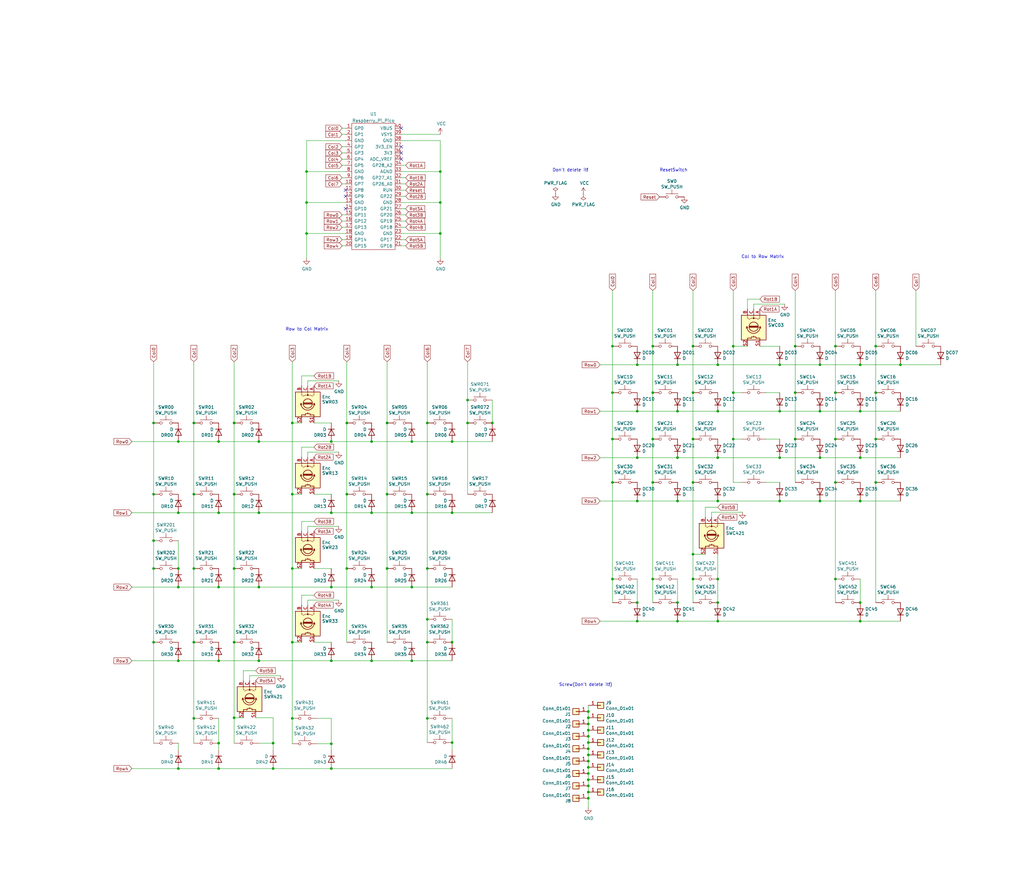
<source format=kicad_sch>
(kicad_sch (version 20211123) (generator eeschema)
  (paper "User" 419.989 360.045)
  (junction (at 267.716 197.866))
  (junction (at 241.3 327.406))
  (junction (at 336.296 205.486))
  (junction (at 168.91 210.312))
  (junction (at 106.172 271.018))
  (junction (at 135.89 181.102))
  (junction (at 352.806 254.762))
  (junction (at 342.646 161.036))
  (junction (at 251.206 197.866))
  (junction (at 106.172 240.792))
  (junction (at 284.226 197.866))
  (junction (at 79.502 263.398))
  (junction (at 267.716 161.036))
  (junction (at 251.206 237.49))
  (junction (at 359.156 180.086))
  (junction (at 135.89 210.312))
  (junction (at 62.992 173.482))
  (junction (at 62.992 202.692))
  (junction (at 284.226 161.036))
  (junction (at 152.4 181.102))
  (junction (at 336.296 149.606))
  (junction (at 319.786 205.486))
  (junction (at 158.75 233.172))
  (junction (at 73.152 181.102))
  (junction (at 175.26 173.482))
  (junction (at 175.26 233.172))
  (junction (at 284.226 180.086))
  (junction (at 241.3 302.006))
  (junction (at 241.3 314.706))
  (junction (at 168.91 240.792))
  (junction (at 79.502 233.172))
  (junction (at 241.3 322.326))
  (junction (at 352.806 205.486))
  (junction (at 119.888 263.398))
  (junction (at 241.3 294.386))
  (junction (at 89.662 304.8))
  (junction (at 277.876 247.142))
  (junction (at 135.89 240.792))
  (junction (at 342.646 180.086))
  (junction (at 241.3 307.086))
  (junction (at 251.206 141.986))
  (junction (at 352.806 149.606))
  (junction (at 142.24 202.692))
  (junction (at 241.3 319.786))
  (junction (at 241.3 317.246))
  (junction (at 112.014 315.214))
  (junction (at 142.24 233.172))
  (junction (at 326.136 141.986))
  (junction (at 319.786 149.606))
  (junction (at 294.386 247.142))
  (junction (at 89.662 315.214))
  (junction (at 261.366 254.762))
  (junction (at 261.366 187.706))
  (junction (at 294.386 168.656))
  (junction (at 180.594 83.058))
  (junction (at 369.316 149.606))
  (junction (at 119.888 233.172))
  (junction (at 125.73 83.058))
  (junction (at 261.366 149.606))
  (junction (at 241.3 299.466))
  (junction (at 300.736 141.986))
  (junction (at 89.662 240.792))
  (junction (at 342.646 141.986))
  (junction (at 277.876 205.486))
  (junction (at 96.012 263.398))
  (junction (at 336.296 168.656))
  (junction (at 352.806 247.142))
  (junction (at 175.26 202.692))
  (junction (at 284.226 141.986))
  (junction (at 241.3 324.866))
  (junction (at 158.75 173.482))
  (junction (at 62.992 221.742))
  (junction (at 326.136 161.036))
  (junction (at 267.716 141.986))
  (junction (at 267.716 237.49))
  (junction (at 191.77 173.482))
  (junction (at 294.386 205.486))
  (junction (at 119.888 202.692))
  (junction (at 359.156 197.866))
  (junction (at 277.876 254.762))
  (junction (at 342.646 197.866))
  (junction (at 152.4 210.312))
  (junction (at 125.73 95.758))
  (junction (at 185.42 210.312))
  (junction (at 125.73 70.358))
  (junction (at 277.876 149.606))
  (junction (at 261.366 168.656))
  (junction (at 119.888 173.482))
  (junction (at 96.012 294.386))
  (junction (at 284.226 237.49))
  (junction (at 359.156 161.036))
  (junction (at 241.3 312.166))
  (junction (at 294.386 254.762))
  (junction (at 180.594 95.758))
  (junction (at 180.594 70.358))
  (junction (at 241.3 309.626))
  (junction (at 89.662 271.018))
  (junction (at 241.3 304.546))
  (junction (at 96.012 202.692))
  (junction (at 294.386 237.49))
  (junction (at 191.77 164.084))
  (junction (at 79.502 173.482))
  (junction (at 352.806 168.656))
  (junction (at 336.296 187.706))
  (junction (at 277.876 168.656))
  (junction (at 89.662 210.312))
  (junction (at 319.786 187.706))
  (junction (at 277.876 187.706))
  (junction (at 168.91 271.018))
  (junction (at 96.012 233.172))
  (junction (at 185.42 181.102))
  (junction (at 168.91 181.102))
  (junction (at 62.992 233.172))
  (junction (at 251.206 180.086))
  (junction (at 241.3 291.846))
  (junction (at 241.3 296.926))
  (junction (at 251.206 161.036))
  (junction (at 261.366 247.142))
  (junction (at 73.152 315.214))
  (junction (at 112.014 304.8))
  (junction (at 185.42 263.398))
  (junction (at 106.172 210.312))
  (junction (at 261.366 205.486))
  (junction (at 294.386 149.606))
  (junction (at 73.152 240.792))
  (junction (at 326.136 180.086))
  (junction (at 62.992 263.398))
  (junction (at 185.42 304.546))
  (junction (at 119.888 294.64))
  (junction (at 175.26 254))
  (junction (at 158.75 202.692))
  (junction (at 201.93 173.482))
  (junction (at 142.24 173.482))
  (junction (at 152.4 271.018))
  (junction (at 319.786 168.656))
  (junction (at 175.26 263.398))
  (junction (at 175.26 294.64))
  (junction (at 135.89 315.214))
  (junction (at 135.89 271.018))
  (junction (at 300.736 180.086))
  (junction (at 152.4 240.792))
  (junction (at 79.502 294.64))
  (junction (at 294.386 187.706))
  (junction (at 73.152 271.018))
  (junction (at 359.156 141.986))
  (junction (at 352.806 187.706))
  (junction (at 284.226 227.33))
  (junction (at 300.736 161.036))
  (junction (at 342.646 237.49))
  (junction (at 135.89 305.054))
  (junction (at 73.152 210.312))
  (junction (at 106.172 181.102))
  (junction (at 267.716 180.086))
  (junction (at 73.152 233.172))
  (junction (at 79.502 202.692))
  (junction (at 96.012 173.482))
  (junction (at 89.662 181.102))
  (no_connect (at 164.592 65.278))
  (no_connect (at 164.592 60.198))
  (no_connect (at 164.592 62.738))
  (no_connect (at 164.592 52.578))
  (no_connect (at 141.732 77.978))
  (no_connect (at 141.732 80.518))
  (no_connect (at 141.732 85.598))
  (wire (pts (xy 99.822 275.082) (xy 99.822 279.146)))
  (wire (pts (xy 294.386 208.026) (xy 289.306 208.026)))
  (wire (pts (xy 164.592 100.838) (xy 166.37 100.838)))
  (wire (pts (xy 128.778 244.094) (xy 123.698 244.094)))
  (wire (pts (xy 309.118 124.714) (xy 309.118 126.746)))
  (wire (pts (xy 304.038 180.086) (xy 300.736 180.086)))
  (wire (pts (xy 342.646 161.036) (xy 342.646 180.086)))
  (wire (pts (xy 306.578 122.682) (xy 306.578 126.746)))
  (wire (pts (xy 79.502 233.172) (xy 79.502 263.398)))
  (wire (pts (xy 164.592 72.898) (xy 166.37 72.898)))
  (wire (pts (xy 261.366 237.49) (xy 261.366 247.142)))
  (wire (pts (xy 73.152 271.018) (xy 54.102 271.018)))
  (wire (pts (xy 277.876 149.606) (xy 294.386 149.606)))
  (wire (pts (xy 164.592 90.678) (xy 166.37 90.678)))
  (wire (pts (xy 359.156 180.086) (xy 359.156 197.866)))
  (wire (pts (xy 96.012 173.482) (xy 96.012 202.692)))
  (wire (pts (xy 125.73 70.358) (xy 141.732 70.358)))
  (wire (pts (xy 300.736 141.986) (xy 300.736 161.036)))
  (wire (pts (xy 319.786 149.606) (xy 336.296 149.606)))
  (wire (pts (xy 89.662 315.214) (xy 112.014 315.214)))
  (wire (pts (xy 135.89 294.64) (xy 135.89 305.054)))
  (wire (pts (xy 261.366 254.762) (xy 277.876 254.762)))
  (wire (pts (xy 314.198 197.866) (xy 319.786 197.866)))
  (wire (pts (xy 294.386 237.49) (xy 294.386 247.142)))
  (wire (pts (xy 300.736 141.986) (xy 306.578 141.986)))
  (wire (pts (xy 73.152 210.312) (xy 54.102 210.312)))
  (wire (pts (xy 352.806 205.486) (xy 369.316 205.486)))
  (wire (pts (xy 164.592 75.438) (xy 166.37 75.438)))
  (wire (pts (xy 321.818 124.714) (xy 309.118 124.714)))
  (wire (pts (xy 241.3 317.246) (xy 241.3 319.786)))
  (wire (pts (xy 119.888 294.64) (xy 119.888 305.054)))
  (wire (pts (xy 241.3 302.006) (xy 241.3 304.546)))
  (wire (pts (xy 164.592 80.518) (xy 166.37 80.518)))
  (wire (pts (xy 158.75 173.482) (xy 158.75 202.692)))
  (wire (pts (xy 119.888 263.398) (xy 123.698 263.398)))
  (wire (pts (xy 241.3 289.306) (xy 241.3 291.846)))
  (wire (pts (xy 311.658 122.682) (xy 306.578 122.682)))
  (wire (pts (xy 106.172 304.8) (xy 112.014 304.8)))
  (wire (pts (xy 96.012 233.172) (xy 96.012 263.398)))
  (wire (pts (xy 300.736 197.866) (xy 300.736 180.086)))
  (wire (pts (xy 267.716 180.086) (xy 267.716 197.866)))
  (wire (pts (xy 359.156 141.986) (xy 359.156 161.036)))
  (wire (pts (xy 291.846 210.058) (xy 291.846 212.09)))
  (wire (pts (xy 267.716 119.126) (xy 267.716 141.986)))
  (wire (pts (xy 140.335 93.218) (xy 141.732 93.218)))
  (wire (pts (xy 130.048 294.64) (xy 135.89 294.64)))
  (wire (pts (xy 128.778 213.868) (xy 123.698 213.868)))
  (wire (pts (xy 152.4 240.792) (xy 168.91 240.792)))
  (wire (pts (xy 277.876 187.706) (xy 294.386 187.706)))
  (wire (pts (xy 126.238 156.21) (xy 126.238 158.242)))
  (wire (pts (xy 168.91 210.312) (xy 185.42 210.312)))
  (wire (pts (xy 119.888 202.692) (xy 119.888 233.172)))
  (wire (pts (xy 342.646 197.866) (xy 342.646 237.49)))
  (wire (pts (xy 277.876 237.49) (xy 277.876 247.142)))
  (wire (pts (xy 352.806 254.762) (xy 369.316 254.762)))
  (wire (pts (xy 140.335 55.118) (xy 141.732 55.118)))
  (wire (pts (xy 142.24 233.172) (xy 142.24 263.398)))
  (wire (pts (xy 284.226 141.986) (xy 284.226 161.036)))
  (wire (pts (xy 73.152 315.214) (xy 89.662 315.214)))
  (wire (pts (xy 251.206 180.086) (xy 251.206 197.866)))
  (wire (pts (xy 135.89 271.018) (xy 152.4 271.018)))
  (wire (pts (xy 342.646 141.986) (xy 342.646 161.036)))
  (wire (pts (xy 96.012 294.386) (xy 96.012 304.8)))
  (wire (pts (xy 294.386 205.486) (xy 319.786 205.486)))
  (wire (pts (xy 62.992 173.482) (xy 62.992 202.692)))
  (wire (pts (xy 140.335 88.138) (xy 141.732 88.138)))
  (wire (pts (xy 140.335 67.818) (xy 141.732 67.818)))
  (wire (pts (xy 241.3 319.786) (xy 241.3 322.326)))
  (wire (pts (xy 158.75 202.692) (xy 158.75 233.172)))
  (wire (pts (xy 140.335 98.298) (xy 141.732 98.298)))
  (wire (pts (xy 125.73 95.758) (xy 141.732 95.758)))
  (wire (pts (xy 123.698 183.388) (xy 123.698 187.452)))
  (wire (pts (xy 89.662 307.594) (xy 89.662 304.8)))
  (wire (pts (xy 73.152 240.792) (xy 89.662 240.792)))
  (wire (pts (xy 180.594 95.758) (xy 180.594 105.918)))
  (wire (pts (xy 261.366 187.706) (xy 277.876 187.706)))
  (wire (pts (xy 138.938 156.21) (xy 126.238 156.21)))
  (wire (pts (xy 123.698 244.094) (xy 123.698 248.158)))
  (wire (pts (xy 79.502 148.336) (xy 79.502 173.482)))
  (wire (pts (xy 152.4 271.018) (xy 168.91 271.018)))
  (wire (pts (xy 126.238 215.9) (xy 126.238 217.932)))
  (wire (pts (xy 89.662 181.102) (xy 106.172 181.102)))
  (wire (pts (xy 267.716 197.866) (xy 267.716 237.49)))
  (wire (pts (xy 140.335 60.198) (xy 141.732 60.198)))
  (wire (pts (xy 326.136 180.086) (xy 326.136 197.866)))
  (wire (pts (xy 284.226 119.126) (xy 284.226 141.986)))
  (wire (pts (xy 140.335 52.578) (xy 141.732 52.578)))
  (wire (pts (xy 267.716 161.036) (xy 267.716 180.086)))
  (wire (pts (xy 112.014 294.386) (xy 112.014 304.8)))
  (wire (pts (xy 180.594 57.658) (xy 180.594 70.358)))
  (wire (pts (xy 119.888 173.482) (xy 119.888 202.692)))
  (wire (pts (xy 336.296 187.706) (xy 352.806 187.706)))
  (wire (pts (xy 164.592 57.658) (xy 180.594 57.658)))
  (wire (pts (xy 142.24 202.692) (xy 142.24 233.172)))
  (wire (pts (xy 73.152 307.594) (xy 73.152 304.8)))
  (wire (pts (xy 73.152 315.214) (xy 54.102 315.214)))
  (wire (pts (xy 175.26 173.482) (xy 175.26 202.692)))
  (wire (pts (xy 304.546 210.058) (xy 291.846 210.058)))
  (wire (pts (xy 140.335 72.898) (xy 141.732 72.898)))
  (wire (pts (xy 96.012 148.336) (xy 96.012 173.482)))
  (wire (pts (xy 73.152 181.102) (xy 89.662 181.102)))
  (wire (pts (xy 201.93 181.102) (xy 185.42 181.102)))
  (wire (pts (xy 128.778 154.178) (xy 123.698 154.178)))
  (wire (pts (xy 241.3 299.466) (xy 241.3 302.006)))
  (wire (pts (xy 62.992 148.336) (xy 62.992 173.482)))
  (wire (pts (xy 164.592 93.218) (xy 166.37 93.218)))
  (wire (pts (xy 125.73 57.658) (xy 125.73 70.358)))
  (wire (pts (xy 314.198 161.036) (xy 319.786 161.036)))
  (wire (pts (xy 241.3 307.086) (xy 241.3 309.626)))
  (wire (pts (xy 352.806 187.706) (xy 369.316 187.706)))
  (wire (pts (xy 128.778 183.388) (xy 123.698 183.388)))
  (wire (pts (xy 79.502 294.64) (xy 79.502 304.8)))
  (wire (pts (xy 284.226 227.33) (xy 284.226 237.49)))
  (wire (pts (xy 73.152 240.792) (xy 54.102 240.792)))
  (wire (pts (xy 304.038 161.036) (xy 300.736 161.036)))
  (wire (pts (xy 125.73 83.058) (xy 125.73 95.758)))
  (wire (pts (xy 138.938 215.9) (xy 126.238 215.9)))
  (wire (pts (xy 251.206 141.986) (xy 251.206 161.036)))
  (wire (pts (xy 140.335 90.678) (xy 141.732 90.678)))
  (wire (pts (xy 369.316 149.606) (xy 385.826 149.606)))
  (wire (pts (xy 164.592 88.138) (xy 166.37 88.138)))
  (wire (pts (xy 119.888 148.336) (xy 119.888 173.482)))
  (wire (pts (xy 175.26 233.172) (xy 175.26 254)))
  (wire (pts (xy 359.156 197.866) (xy 359.156 247.142)))
  (wire (pts (xy 191.77 173.482) (xy 191.77 202.692)))
  (wire (pts (xy 73.152 210.312) (xy 89.662 210.312)))
  (wire (pts (xy 123.698 213.868) (xy 123.698 217.932)))
  (wire (pts (xy 73.152 221.742) (xy 73.152 233.172)))
  (wire (pts (xy 140.335 75.438) (xy 141.732 75.438)))
  (wire (pts (xy 168.91 181.102) (xy 185.42 181.102)))
  (wire (pts (xy 89.662 240.792) (xy 106.172 240.792)))
  (wire (pts (xy 152.4 181.102) (xy 168.91 181.102)))
  (wire (pts (xy 294.386 227.33) (xy 294.386 237.49)))
  (wire (pts (xy 294.386 149.606) (xy 319.786 149.606)))
  (wire (pts (xy 284.226 237.49) (xy 284.226 247.142)))
  (wire (pts (xy 164.592 83.058) (xy 180.594 83.058)))
  (wire (pts (xy 62.992 263.398) (xy 62.992 304.8)))
  (wire (pts (xy 126.238 185.42) (xy 126.238 187.452)))
  (wire (pts (xy 125.73 83.058) (xy 141.732 83.058)))
  (wire (pts (xy 185.42 254) (xy 185.42 263.398)))
  (wire (pts (xy 241.3 327.406) (xy 241.3 331.216)))
  (wire (pts (xy 261.366 168.656) (xy 277.876 168.656)))
  (wire (pts (xy 62.992 233.172) (xy 62.992 263.398)))
  (wire (pts (xy 135.89 233.172) (xy 128.778 233.172)))
  (wire (pts (xy 135.89 240.792) (xy 152.4 240.792)))
  (wire (pts (xy 79.502 202.692) (xy 79.502 233.172)))
  (wire (pts (xy 142.24 173.482) (xy 142.24 202.692)))
  (wire (pts (xy 359.156 161.036) (xy 359.156 180.086)))
  (wire (pts (xy 191.77 148.336) (xy 191.77 164.084)))
  (wire (pts (xy 319.786 187.706) (xy 336.296 187.706)))
  (wire (pts (xy 158.75 148.336) (xy 158.75 173.482)))
  (wire (pts (xy 314.198 180.086) (xy 319.786 180.086)))
  (wire (pts (xy 168.91 240.792) (xy 185.42 240.792)))
  (wire (pts (xy 102.362 277.114) (xy 102.362 279.146)))
  (wire (pts (xy 294.386 187.706) (xy 319.786 187.706)))
  (wire (pts (xy 241.3 296.926) (xy 241.3 299.466)))
  (wire (pts (xy 125.73 95.758) (xy 125.73 105.918)))
  (wire (pts (xy 142.24 148.336) (xy 142.24 173.482)))
  (wire (pts (xy 164.592 70.358) (xy 180.594 70.358)))
  (wire (pts (xy 294.386 168.656) (xy 319.786 168.656)))
  (wire (pts (xy 300.736 119.126) (xy 300.736 141.986)))
  (wire (pts (xy 352.806 168.656) (xy 369.316 168.656)))
  (wire (pts (xy 342.646 119.126) (xy 342.646 141.986)))
  (wire (pts (xy 191.77 164.084) (xy 191.77 173.482)))
  (wire (pts (xy 336.296 168.656) (xy 352.806 168.656)))
  (wire (pts (xy 246.126 168.656) (xy 261.366 168.656)))
  (wire (pts (xy 89.662 294.64) (xy 89.662 304.8)))
  (wire (pts (xy 284.226 180.086) (xy 284.226 197.866)))
  (wire (pts (xy 359.156 119.126) (xy 359.156 141.986)))
  (wire (pts (xy 311.658 141.986) (xy 319.786 141.986)))
  (wire (pts (xy 326.136 119.126) (xy 326.136 141.986)))
  (wire (pts (xy 164.592 85.598) (xy 166.37 85.598)))
  (wire (pts (xy 119.888 202.692) (xy 123.698 202.692)))
  (wire (pts (xy 104.902 294.386) (xy 112.014 294.386)))
  (wire (pts (xy 241.3 314.706) (xy 241.3 317.246)))
  (wire (pts (xy 241.3 312.166) (xy 241.3 314.706)))
  (wire (pts (xy 135.89 305.054) (xy 135.89 307.594)))
  (wire (pts (xy 304.038 197.866) (xy 300.736 197.866)))
  (wire (pts (xy 123.698 154.178) (xy 123.698 158.242)))
  (wire (pts (xy 62.992 221.742) (xy 62.992 233.172)))
  (wire (pts (xy 175.26 254) (xy 175.26 263.398)))
  (wire (pts (xy 104.902 275.082) (xy 99.822 275.082)))
  (wire (pts (xy 352.806 237.49) (xy 352.806 247.142)))
  (wire (pts (xy 261.366 205.486) (xy 277.876 205.486)))
  (wire (pts (xy 135.89 202.692) (xy 128.778 202.692)))
  (wire (pts (xy 140.335 100.838) (xy 141.732 100.838)))
  (wire (pts (xy 277.876 205.486) (xy 294.386 205.486)))
  (wire (pts (xy 246.126 149.606) (xy 261.366 149.606)))
  (wire (pts (xy 180.594 70.358) (xy 180.594 83.058)))
  (wire (pts (xy 277.876 254.762) (xy 294.386 254.762)))
  (wire (pts (xy 284.226 227.33) (xy 289.306 227.33)))
  (wire (pts (xy 326.136 141.986) (xy 326.136 161.036)))
  (wire (pts (xy 241.3 309.626) (xy 241.3 312.166)))
  (wire (pts (xy 342.646 237.49) (xy 342.646 247.142)))
  (wire (pts (xy 251.206 197.866) (xy 251.206 237.49)))
  (wire (pts (xy 352.806 149.606) (xy 369.316 149.606)))
  (wire (pts (xy 96.012 294.386) (xy 99.822 294.386)))
  (wire (pts (xy 158.75 233.172) (xy 158.75 263.398)))
  (wire (pts (xy 168.91 271.018) (xy 185.42 271.018)))
  (wire (pts (xy 164.592 55.118) (xy 180.594 55.118)))
  (wire (pts (xy 185.42 294.64) (xy 185.42 304.546)))
  (wire (pts (xy 128.778 173.482) (xy 135.89 173.482)))
  (wire (pts (xy 106.172 210.312) (xy 135.89 210.312)))
  (wire (pts (xy 319.786 205.486) (xy 336.296 205.486)))
  (wire (pts (xy 241.3 324.866) (xy 241.3 327.406)))
  (wire (pts (xy 241.3 322.326) (xy 241.3 324.866)))
  (wire (pts (xy 375.666 119.126) (xy 375.666 141.986)))
  (wire (pts (xy 267.716 237.49) (xy 267.716 247.142)))
  (wire (pts (xy 106.172 240.792) (xy 135.89 240.792)))
  (wire (pts (xy 119.888 233.172) (xy 123.698 233.172)))
  (wire (pts (xy 175.26 202.692) (xy 175.26 233.172)))
  (wire (pts (xy 300.736 161.036) (xy 300.736 180.086)))
  (wire (pts (xy 135.89 210.312) (xy 152.4 210.312)))
  (wire (pts (xy 140.335 62.738) (xy 141.732 62.738)))
  (wire (pts (xy 201.93 210.312) (xy 185.42 210.312)))
  (wire (pts (xy 138.938 246.126) (xy 126.238 246.126)))
  (wire (pts (xy 126.238 246.126) (xy 126.238 248.158)))
  (wire (pts (xy 342.646 180.086) (xy 342.646 197.866)))
  (wire (pts (xy 135.89 315.214) (xy 185.42 315.214)))
  (wire (pts (xy 241.3 291.846) (xy 241.3 294.386)))
  (wire (pts (xy 89.662 271.018) (xy 106.172 271.018)))
  (wire (pts (xy 246.126 187.706) (xy 261.366 187.706)))
  (wire (pts (xy 241.3 304.546) (xy 241.3 307.086)))
  (wire (pts (xy 246.126 205.486) (xy 261.366 205.486)))
  (wire (pts (xy 164.592 95.758) (xy 180.594 95.758)))
  (wire (pts (xy 185.42 307.594) (xy 185.42 304.546)))
  (wire (pts (xy 289.306 208.026) (xy 289.306 212.09)))
  (wire (pts (xy 164.592 98.298) (xy 166.37 98.298)))
  (wire (pts (xy 175.26 294.64) (xy 175.26 304.546)))
  (wire (pts (xy 119.888 263.398) (xy 119.888 294.64)))
  (wire (pts (xy 138.938 185.42) (xy 126.238 185.42)))
  (wire (pts (xy 115.062 277.114) (xy 102.362 277.114)))
  (wire (pts (xy 180.594 83.058) (xy 180.594 95.758)))
  (wire (pts (xy 251.206 119.126) (xy 251.206 141.986)))
  (wire (pts (xy 140.335 65.278) (xy 141.732 65.278)))
  (wire (pts (xy 164.592 67.818) (xy 166.37 67.818)))
  (wire (pts (xy 284.226 197.866) (xy 284.226 227.33)))
  (wire (pts (xy 89.662 210.312) (xy 106.172 210.312)))
  (wire (pts (xy 130.048 305.054) (xy 135.89 305.054)))
  (wire (pts (xy 106.172 181.102) (xy 135.89 181.102)))
  (wire (pts (xy 106.172 271.018) (xy 135.89 271.018)))
  (wire (pts (xy 125.73 70.358) (xy 125.73 83.058)))
  (wire (pts (xy 267.716 141.986) (xy 267.716 161.036)))
  (wire (pts (xy 241.3 294.386) (xy 241.3 296.926)))
  (wire (pts (xy 119.888 173.482) (xy 123.698 173.482)))
  (wire (pts (xy 96.012 202.692) (xy 96.012 233.172)))
  (wire (pts (xy 135.89 263.398) (xy 128.778 263.398)))
  (wire (pts (xy 277.876 168.656) (xy 294.386 168.656)))
  (wire (pts (xy 135.89 181.102) (xy 152.4 181.102)))
  (wire (pts (xy 96.012 263.398) (xy 96.012 294.386)))
  (wire (pts (xy 319.786 168.656) (xy 336.296 168.656)))
  (wire (pts (xy 336.296 149.606) (xy 352.806 149.606)))
  (wire (pts (xy 54.102 181.102) (xy 73.152 181.102)))
  (wire (pts (xy 326.136 161.036) (xy 326.136 180.086)))
  (wire (pts (xy 152.4 210.312) (xy 168.91 210.312)))
  (wire (pts (xy 79.502 173.482) (xy 79.502 202.692)))
  (wire (pts (xy 62.992 202.692) (xy 62.992 221.742)))
  (wire (pts (xy 112.014 304.8) (xy 112.014 307.594)))
  (wire (pts (xy 79.502 263.398) (xy 79.502 294.64)))
  (wire (pts (xy 284.226 161.036) (xy 284.226 180.086)))
  (wire (pts (xy 336.296 205.486) (xy 352.806 205.486)))
  (wire (pts (xy 251.206 161.036) (xy 251.206 180.086)))
  (wire (pts (xy 119.888 233.172) (xy 119.888 263.398)))
  (wire (pts (xy 175.26 148.336) (xy 175.26 173.482)))
  (wire (pts (xy 112.014 315.214) (xy 135.89 315.214)))
  (wire (pts (xy 125.73 57.658) (xy 141.732 57.658)))
  (wire (pts (xy 246.126 254.762) (xy 261.366 254.762)))
  (wire (pts (xy 251.206 237.49) (xy 251.206 247.142)))
  (wire (pts (xy 164.592 77.978) (xy 166.37 77.978)))
  (wire (pts (xy 261.366 149.606) (xy 277.876 149.606)))
  (wire (pts (xy 294.386 254.762) (xy 352.806 254.762)))
  (wire (pts (xy 175.26 263.398) (xy 175.26 294.64)))
  (wire (pts (xy 73.152 271.018) (xy 89.662 271.018)))
  (wire (pts (xy 201.93 164.084) (xy 201.93 173.482)))
  (text "Screw(Don't delete it!)" (at 229.235 281.686 0) (effects (font (size 1.27 1.27)) (justify left bottom)))
  (text "Don't delete it!" (at 226.568 70.612 0) (effects (font (size 1.27 1.27)) (justify left bottom)))
  (text "ResetSwitch" (at 270.51 70.612 0) (effects (font (size 1.27 1.27)) (justify left bottom)))
  (text "Row to Col Matrix" (at 117.094 135.89 0) (effects (font (size 1.27 1.27)) (justify left bottom)))
  (text "Col to Row Matrix" (at 304.038 106.172 0) (effects (font (size 1.27 1.27)) (justify left bottom)))
  (global_label "Col0" (shape input) (at 140.335 52.578 180) (property "シート間のリファレンス" "${INTERSHEET_REFS}" (effects hide)))
  (global_label "Rot5B" (shape input) (at 294.386 208.026 0) (property "シート間のリファレンス" "${INTERSHEET_REFS}" (effects hide)))
  (global_label "Col5" (shape input) (at 342.646 119.126 90) (property "シート間のリファレンス" "${INTERSHEET_REFS}" (effects hide)))
  (global_label "Rot5B" (shape input) (at 166.37 100.838 0) (property "シート間のリファレンス" "${INTERSHEET_REFS}" (effects hide)))
  (global_label "Col4" (shape input) (at 326.136 119.126 90) (property "シート間のリファレンス" "${INTERSHEET_REFS}" (effects hide)))
  (global_label "Row2" (shape input) (at 54.102 240.792 180) (property "シート間のリファレンス" "${INTERSHEET_REFS}" (effects hide)))
  (global_label "Rot5A" (shape input) (at 104.902 279.146 0) (property "シート間のリファレンス" "${INTERSHEET_REFS}" (effects hide)))
  (global_label "Col6" (shape input) (at 359.156 119.126 90) (property "シート間のリファレンス" "${INTERSHEET_REFS}" (effects hide)))
  (global_label "Row3" (shape input) (at 54.102 271.018 180) (property "シート間のリファレンス" "${INTERSHEET_REFS}" (effects hide)))
  (global_label "Row4" (shape input) (at 54.102 315.214 180) (property "シート間のリファレンス" "${INTERSHEET_REFS}" (effects hide)))
  (global_label "Rot2A" (shape input) (at 128.778 187.452 0) (property "シート間のリファレンス" "${INTERSHEET_REFS}" (effects hide)))
  (global_label "Rot2B" (shape input) (at 128.778 183.388 0) (property "シート間のリファレンス" "${INTERSHEET_REFS}" (effects hide)))
  (global_label "Rot4A" (shape input) (at 128.778 248.158 0) (property "シート間のリファレンス" "${INTERSHEET_REFS}" (effects hide)))
  (global_label "Col4" (shape input) (at 142.24 148.336 90) (property "シート間のリファレンス" "${INTERSHEET_REFS}" (effects hide)))
  (global_label "Col7" (shape input) (at 140.335 75.438 180) (property "シート間のリファレンス" "${INTERSHEET_REFS}" (effects hide)))
  (global_label "Row0" (shape input) (at 54.102 181.102 180) (property "シート間のリファレンス" "${INTERSHEET_REFS}" (effects hide)))
  (global_label "Rot3B" (shape input) (at 166.37 88.138 0) (property "シート間のリファレンス" "${INTERSHEET_REFS}" (effects hide)))
  (global_label "Row0" (shape input) (at 140.335 88.138 180) (property "シート間のリファレンス" "${INTERSHEET_REFS}" (effects hide)))
  (global_label "Rot3A" (shape input) (at 128.778 217.932 0) (property "シート間のリファレンス" "${INTERSHEET_REFS}" (effects hide)))
  (global_label "Rot1A" (shape input) (at 166.37 67.818 0) (property "シート間のリファレンス" "${INTERSHEET_REFS}" (effects hide)))
  (global_label "Row3" (shape input) (at 246.126 205.486 180) (property "シート間のリファレンス" "${INTERSHEET_REFS}" (effects hide)))
  (global_label "Col5" (shape input) (at 140.335 67.818 180) (property "シート間のリファレンス" "${INTERSHEET_REFS}" (effects hide)))
  (global_label "Col5" (shape input) (at 158.75 148.336 90) (property "シート間のリファレンス" "${INTERSHEET_REFS}" (effects hide)))
  (global_label "Rot1B" (shape input) (at 128.778 154.178 0) (property "シート間のリファレンス" "${INTERSHEET_REFS}" (effects hide)))
  (global_label "Rot1A" (shape input) (at 311.658 126.746 0) (property "シート間のリファレンス" "${INTERSHEET_REFS}" (effects hide)))
  (global_label "Rot2B" (shape input) (at 166.37 80.518 0) (property "シート間のリファレンス" "${INTERSHEET_REFS}" (effects hide)))
  (global_label "Rot5A" (shape input) (at 294.386 212.09 0) (property "シート間のリファレンス" "${INTERSHEET_REFS}" (effects hide)))
  (global_label "Col1" (shape input) (at 267.716 119.126 90) (property "シート間のリファレンス" "${INTERSHEET_REFS}" (effects hide)))
  (global_label "Row3" (shape input) (at 140.335 98.298 180) (property "シート間のリファレンス" "${INTERSHEET_REFS}" (effects hide)))
  (global_label "Col7" (shape input) (at 191.77 148.336 90) (property "シート間のリファレンス" "${INTERSHEET_REFS}" (effects hide)))
  (global_label "Col2" (shape input) (at 284.226 119.126 90) (property "シート間のリファレンス" "${INTERSHEET_REFS}" (effects hide)))
  (global_label "Col1" (shape input) (at 79.502 148.336 90) (property "シート間のリファレンス" "${INTERSHEET_REFS}" (effects hide)))
  (global_label "Row2" (shape input) (at 246.126 187.706 180) (property "シート間のリファレンス" "${INTERSHEET_REFS}" (effects hide)))
  (global_label "Col3" (shape input) (at 300.736 119.126 90) (property "シート間のリファレンス" "${INTERSHEET_REFS}" (effects hide)))
  (global_label "Col6" (shape input) (at 175.26 148.336 90) (property "シート間のリファレンス" "${INTERSHEET_REFS}" (effects hide)))
  (global_label "Col0" (shape input) (at 62.992 148.336 90) (property "シート間のリファレンス" "${INTERSHEET_REFS}" (effects hide)))
  (global_label "Col0" (shape input) (at 251.206 119.126 90) (property "シート間のリファレンス" "${INTERSHEET_REFS}" (effects hide)))
  (global_label "Rot4B" (shape input) (at 128.778 244.094 0) (property "シート間のリファレンス" "${INTERSHEET_REFS}" (effects hide)))
  (global_label "Row4" (shape input) (at 140.335 100.838 180) (property "シート間のリファレンス" "${INTERSHEET_REFS}" (effects hide)))
  (global_label "Col3" (shape input) (at 119.888 148.336 90) (property "シート間のリファレンス" "${INTERSHEET_REFS}" (effects hide)))
  (global_label "Rot1A" (shape input) (at 128.778 158.242 0) (property "シート間のリファレンス" "${INTERSHEET_REFS}" (effects hide)))
  (global_label "Row1" (shape input) (at 140.335 90.678 180) (property "シート間のリファレンス" "${INTERSHEET_REFS}" (effects hide)))
  (global_label "Row0" (shape input) (at 246.126 149.606 180) (property "シート間のリファレンス" "${INTERSHEET_REFS}" (effects hide)))
  (global_label "Reset" (shape input) (at 270.51 80.772 180) (property "シート間のリファレンス" "${INTERSHEET_REFS}" (effects hide)))
  (global_label "Col4" (shape input) (at 140.335 65.278 180) (property "シート間のリファレンス" "${INTERSHEET_REFS}" (effects hide)))
  (global_label "Col2" (shape input) (at 140.335 60.198 180) (property "シート間のリファレンス" "${INTERSHEET_REFS}" (effects hide)))
  (global_label "Rot2A" (shape input) (at 166.37 75.438 0) (property "シート間のリファレンス" "${INTERSHEET_REFS}" (effects hide)))
  (global_label "Reset" (shape input) (at 166.37 77.978 0) (property "シート間のリファレンス" "${INTERSHEET_REFS}" (effects hide)))
  (global_label "Row1" (shape input) (at 54.102 210.312 180) (property "シート間のリファレンス" "${INTERSHEET_REFS}" (effects hide)))
  (global_label "Col6" (shape input) (at 140.335 72.898 180) (property "シート間のリファレンス" "${INTERSHEET_REFS}" (effects hide)))
  (global_label "Col2" (shape input) (at 96.012 148.336 90) (property "シート間のリファレンス" "${INTERSHEET_REFS}" (effects hide)))
  (global_label "Rot1B" (shape input) (at 166.37 72.898 0) (property "シート間のリファレンス" "${INTERSHEET_REFS}" (effects hide)))
  (global_label "Row1" (shape input) (at 246.126 168.656 180) (property "シート間のリファレンス" "${INTERSHEET_REFS}" (effects hide)))
  (global_label "Row2" (shape input) (at 140.335 93.218 180) (property "シート間のリファレンス" "${INTERSHEET_REFS}" (effects hide)))
  (global_label "Col3" (shape input) (at 140.335 62.738 180) (property "シート間のリファレンス" "${INTERSHEET_REFS}" (effects hide)))
  (global_label "Rot3B" (shape input) (at 128.778 213.868 0) (property "シート間のリファレンス" "${INTERSHEET_REFS}" (effects hide)))
  (global_label "Col7" (shape input) (at 375.666 119.126 90) (property "シート間のリファレンス" "${INTERSHEET_REFS}" (effects hide)))
  (global_label "Rot5B" (shape input) (at 104.902 275.082 0) (property "シート間のリファレンス" "${INTERSHEET_REFS}" (effects hide)))
  (global_label "Row4" (shape input) (at 246.126 254.762 180) (property "シート間のリファレンス" "${INTERSHEET_REFS}" (effects hide)))
  (global_label "Col1" (shape input) (at 140.335 55.118 180) (property "シート間のリファレンス" "${INTERSHEET_REFS}" (effects hide)))
  (global_label "Rot5A" (shape input) (at 166.37 98.298 0) (property "シート間のリファレンス" "${INTERSHEET_REFS}" (effects hide)))
  (global_label "Rot4B" (shape input) (at 166.37 93.218 0) (property "シート間のリファレンス" "${INTERSHEET_REFS}" (effects hide)))
  (global_label "Rot4A" (shape input) (at 166.37 90.678 0) (property "シート間のリファレンス" "${INTERSHEET_REFS}" (effects hide)))
  (global_label "Rot1B" (shape input) (at 311.658 122.682 0) (property "シート間のリファレンス" "${INTERSHEET_REFS}" (effects hide)))
  (global_label "Rot3A" (shape input) (at 166.37 85.598 0) (property "シート間のリファレンス" "${INTERSHEET_REFS}" (effects hide)))
  (symbol (lib_id "power:PWR_FLAG") (at 227.838 79.502 0) (unit 1)
    (property "Reference" "#FLG01" (effects hide))
    (property "Value" "PWR_FLAG" (at 227.838 75.0824 0))
  )
  (symbol (lib_id "power:PWR_FLAG") (at 239.268 79.502 180) (unit 1)
    (property "Reference" "#FLG02" (effects hide))
    (property "Value" "PWR_FLAG" (at 239.268 83.8962 0))
  )
  (symbol (lib_id "power:GND") (at 227.838 79.502 0) (unit 1)
    (property "Reference" "#PWR09" (effects hide))
    (property "Value" "GND" (at 227.965 83.8962 0))
  )
  (symbol (lib_id "power:VCC") (at 239.268 79.502 0) (unit 1)
    (property "Reference" "#PWR010" (effects hide))
    (property "Value" "VCC" (at 239.6998 75.1078 0))
  )
  (symbol (lib_id "power:VCC") (at 180.594 55.118 0) (unit 1)
    (property "Reference" "#PWR07" (effects hide))
    (property "Value" "VCC" (at 181.0258 50.7238 0))
  )
  (symbol (lib_id "power:GND") (at 125.73 105.918 0) (unit 1)
    (property "Reference" "#PWR02" (effects hide))
    (property "Value" "GND" (at 125.857 110.3122 0))
  )
  (symbol (lib_id "Switch:SW_Push") (at 84.582 173.482 0) (unit 1)
    (property "Reference" "SWR01" (at 84.582 167.005 0))
    (property "Value" "SW_PUSH" (at 84.582 169.3164 0))
    (property "Footprint" "kbd_SW:CherryMX_Hotswap_1u" (effects hide))
  )
  (symbol (lib_id "Switch:SW_Push") (at 68.072 173.482 0) (unit 1)
    (property "Reference" "SWR00" (at 68.072 167.005 0))
    (property "Value" "SW_PUSH" (at 68.072 169.3164 0))
    (property "Footprint" "kbd_SW:CherryMX_Hotswap_1u" (effects hide))
  )
  (symbol (lib_id "Switch:SW_Push") (at 68.072 202.692 0) (unit 1)
    (property "Reference" "SWR10" (at 68.072 196.215 0))
    (property "Value" "SW_PUSH" (at 68.072 198.5264 0))
    (property "Footprint" "kbd_SW:CherryMX_Hotswap_1.5u" (effects hide))
  )
  (symbol (lib_id "Switch:SW_Push") (at 84.582 202.692 0) (unit 1)
    (property "Reference" "SWR11" (at 84.582 196.215 0))
    (property "Value" "SW_PUSH" (at 84.582 198.5264 0))
    (property "Footprint" "kbd_SW:CherryMX_Hotswap_1u" (effects hide))
  )
  (symbol (lib_id "Device:D") (at 73.152 177.292 270) (unit 1)
    (property "Reference" "DR00" (at 71.1454 178.4604 90) (effects (justify right)))
    (property "Value" "D" (at 71.1454 176.149 90) (effects (justify right)))
    (property "Footprint" "kbd_Parts:Diode_TH_SMD" (effects hide))
  )
  (symbol (lib_id "Device:D") (at 89.662 177.292 270) (unit 1)
    (property "Reference" "DR01" (at 87.6554 178.4604 90) (effects (justify right)))
    (property "Value" "D" (at 87.6554 176.149 90) (effects (justify right)))
    (property "Footprint" "kbd_Parts:Diode_TH_SMD" (effects hide))
  )
  (symbol (lib_id "Device:D") (at 89.662 206.502 270) (unit 1)
    (property "Reference" "DR11" (at 87.6554 207.6704 90) (effects (justify right)))
    (property "Value" "D" (at 87.6554 205.359 90) (effects (justify right)))
    (property "Footprint" "kbd_Parts:Diode_TH_SMD" (effects hide))
  )
  (symbol (lib_id "Device:D") (at 73.152 206.502 270) (unit 1)
    (property "Reference" "DR10" (at 71.1454 207.6704 90) (effects (justify right)))
    (property "Value" "D" (at 71.1454 205.359 90) (effects (justify right)))
    (property "Footprint" "kbd_Parts:Diode_TH_SMD" (effects hide))
  )
  (symbol (lib_id "Switch:SW_Push") (at 275.59 80.772 0) (unit 1)
    (property "Reference" "SW0" (at 275.59 74.295 0))
    (property "Value" "SW_PUSH" (at 275.59 76.6064 0))
    (property "Footprint" "kbd_Parts:ResetSW" (effects hide))
  )
  (symbol (lib_id "power:GND") (at 280.67 80.772 0) (unit 1)
    (property "Reference" "#PWR014" (effects hide))
    (property "Value" "GND" (at 280.797 85.1662 0))
  )
  (symbol (lib_id "Switch:SW_Push") (at 147.32 173.482 0) (unit 1)
    (property "Reference" "SWR04" (at 147.32 167.005 0))
    (property "Value" "SW_PUSH" (at 147.32 169.3164 0))
    (property "Footprint" "kbd_SW:CherryMX_Hotswap_1u" (effects hide))
  )
  (symbol (lib_id "Switch:SW_Push") (at 163.83 173.482 0) (unit 1)
    (property "Reference" "SWR05" (at 163.83 167.005 0))
    (property "Value" "SW_PUSH" (at 163.83 169.3164 0))
    (property "Footprint" "kbd_SW:CherryMX_Hotswap_1u" (effects hide))
  )
  (symbol (lib_id "Switch:SW_Push") (at 101.092 173.482 0) (unit 1)
    (property "Reference" "SWR02" (at 101.092 167.005 0))
    (property "Value" "SW_PUSH" (at 101.092 169.3164 0))
    (property "Footprint" "kbd_SW:CherryMX_Hotswap_1u" (effects hide))
  )
  (symbol (lib_id "Switch:SW_Push") (at 147.32 202.692 0) (unit 1)
    (property "Reference" "SWR14" (at 147.32 196.215 0))
    (property "Value" "SW_PUSH" (at 147.32 198.5264 0))
    (property "Footprint" "kbd_SW:CherryMX_Hotswap_1u" (effects hide))
  )
  (symbol (lib_id "Switch:SW_Push") (at 163.83 202.692 0) (unit 1)
    (property "Reference" "SWR15" (at 163.83 196.215 0))
    (property "Value" "SW_PUSH" (at 163.83 198.5264 0))
    (property "Footprint" "kbd_SW:CherryMX_Hotswap_1u" (effects hide))
  )
  (symbol (lib_id "Switch:SW_Push") (at 101.092 202.692 0) (unit 1)
    (property "Reference" "SWR12" (at 101.092 196.215 0))
    (property "Value" "SW_PUSH" (at 101.092 198.5264 0))
    (property "Footprint" "kbd_SW:CherryMX_Hotswap_1u" (effects hide))
  )
  (symbol (lib_id "Switch:SW_Push") (at 68.072 233.172 0) (unit 1)
    (property "Reference" "SWR202" (at 68.072 226.695 0))
    (property "Value" "SW_PUSH" (at 68.072 229.0064 0))
    (property "Footprint" "kbd_SW:CherryMX_Hotswap_1u" (effects hide))
  )
  (symbol (lib_id "Switch:SW_Push") (at 68.072 263.398 0) (unit 1)
    (property "Reference" "SWR30" (at 68.072 256.921 0))
    (property "Value" "SW_PUSH" (at 68.072 259.2324 0))
    (property "Footprint" "kbd_SW:CherryMX_Hotswap_2.75u" (effects hide))
  )
  (symbol (lib_id "Switch:SW_Push") (at 84.582 233.172 0) (unit 1)
    (property "Reference" "SWR21" (at 84.582 226.695 0))
    (property "Value" "SW_PUSH" (at 84.582 229.0064 0))
    (property "Footprint" "kbd_SW:CherryMX_Hotswap_1u" (effects hide))
  )
  (symbol (lib_id "Switch:SW_Push") (at 84.582 263.398 0) (unit 1)
    (property "Reference" "SWR31" (at 84.582 256.921 0))
    (property "Value" "SW_PUSH" (at 84.582 259.2324 0))
    (property "Footprint" "kbd_SW:CherryMX_Hotswap_1u" (effects hide))
  )
  (symbol (lib_id "Switch:SW_Push") (at 101.092 233.172 0) (unit 1)
    (property "Reference" "SWR22" (at 101.092 226.695 0))
    (property "Value" "SW_PUSH" (at 101.092 229.0064 0))
    (property "Footprint" "kbd_SW:CherryMX_Hotswap_1u" (effects hide))
  )
  (symbol (lib_id "Switch:SW_Push") (at 147.32 263.398 0) (unit 1)
    (property "Reference" "SWR34" (at 147.32 256.921 0))
    (property "Value" "SW_PUSH" (at 147.32 259.2324 0))
    (property "Footprint" "kbd_SW:CherryMX_Hotswap_1u" (effects hide))
  )
  (symbol (lib_id "Switch:SW_Push") (at 163.83 263.398 0) (unit 1)
    (property "Reference" "SWR35" (at 163.83 256.921 0))
    (property "Value" "SW_PUSH" (at 163.83 259.2324 0))
    (property "Footprint" "kbd_SW:CherryMX_Hotswap_1u" (effects hide))
  )
  (symbol (lib_id "Switch:SW_Push") (at 147.32 233.172 0) (unit 1)
    (property "Reference" "SWR24" (at 147.32 226.695 0))
    (property "Value" "SW_PUSH" (at 147.32 229.0064 0))
    (property "Footprint" "kbd_SW:CherryMX_Hotswap_1u" (effects hide))
  )
  (symbol (lib_id "Switch:SW_Push") (at 163.83 233.172 0) (unit 1)
    (property "Reference" "SWR25" (at 163.83 226.695 0))
    (property "Value" "SW_PUSH" (at 163.83 229.0064 0))
    (property "Footprint" "kbd_SW:CherryMX_Hotswap_1u" (effects hide))
  )
  (symbol (lib_id "Device:D") (at 106.172 177.292 270) (unit 1)
    (property "Reference" "DR02" (at 104.1654 178.4604 90) (effects (justify right)))
    (property "Value" "D" (at 104.1654 176.149 90) (effects (justify right)))
    (property "Footprint" "kbd_Parts:Diode_TH_SMD" (effects hide))
  )
  (symbol (lib_id "Device:D") (at 135.89 177.292 270) (unit 1)
    (property "Reference" "DR03" (at 133.8834 178.4604 90) (effects (justify right)))
    (property "Value" "D" (at 133.8834 176.149 90) (effects (justify right)))
    (property "Footprint" "kbd_Parts:Diode_TH_SMD" (effects hide))
  )
  (symbol (lib_id "Device:D") (at 152.4 177.292 270) (unit 1)
    (property "Reference" "DR04" (at 150.3934 178.4604 90) (effects (justify right)))
    (property "Value" "D" (at 150.3934 176.149 90) (effects (justify right)))
    (property "Footprint" "kbd_Parts:Diode_TH_SMD" (effects hide))
  )
  (symbol (lib_id "Device:D") (at 168.91 177.292 270) (unit 1)
    (property "Reference" "DR05" (at 166.9034 178.4604 90) (effects (justify right)))
    (property "Value" "D" (at 166.9034 176.149 90) (effects (justify right)))
    (property "Footprint" "kbd_Parts:Diode_TH_SMD" (effects hide))
  )
  (symbol (lib_id "Device:D") (at 168.91 206.502 270) (unit 1)
    (property "Reference" "DR15" (at 166.9034 207.6704 90) (effects (justify right)))
    (property "Value" "D" (at 166.9034 205.359 90) (effects (justify right)))
    (property "Footprint" "kbd_Parts:Diode_TH_SMD" (effects hide))
  )
  (symbol (lib_id "Device:D") (at 168.91 236.982 270) (unit 1)
    (property "Reference" "DR25" (at 166.9034 238.1504 90) (effects (justify right)))
    (property "Value" "D" (at 166.9034 235.839 90) (effects (justify right)))
    (property "Footprint" "kbd_Parts:Diode_TH_SMD" (effects hide))
  )
  (symbol (lib_id "Device:D") (at 168.91 267.208 270) (unit 1)
    (property "Reference" "DR35" (at 166.9034 268.3764 90) (effects (justify right)))
    (property "Value" "D" (at 166.9034 266.065 90) (effects (justify right)))
    (property "Footprint" "kbd_Parts:Diode_TH_SMD" (effects hide))
  )
  (symbol (lib_id "Device:D") (at 152.4 267.208 270) (unit 1)
    (property "Reference" "DR34" (at 150.3934 268.3764 90) (effects (justify right)))
    (property "Value" "D" (at 150.3934 266.065 90) (effects (justify right)))
    (property "Footprint" "kbd_Parts:Diode_TH_SMD" (effects hide))
  )
  (symbol (lib_id "Device:D") (at 152.4 236.982 270) (unit 1)
    (property "Reference" "DR24" (at 150.3934 238.1504 90) (effects (justify right)))
    (property "Value" "D" (at 150.3934 235.839 90) (effects (justify right)))
    (property "Footprint" "kbd_Parts:Diode_TH_SMD" (effects hide))
  )
  (symbol (lib_id "Device:D") (at 152.4 206.502 270) (unit 1)
    (property "Reference" "DR14" (at 150.3934 207.6704 90) (effects (justify right)))
    (property "Value" "D" (at 150.3934 205.359 90) (effects (justify right)))
    (property "Footprint" "kbd_Parts:Diode_TH_SMD" (effects hide))
  )
  (symbol (lib_id "Device:D") (at 135.89 206.502 270) (unit 1)
    (property "Reference" "DR13" (at 133.8834 207.6704 90) (effects (justify right)))
    (property "Value" "D" (at 133.8834 205.359 90) (effects (justify right)))
    (property "Footprint" "kbd_Parts:Diode_TH_SMD" (effects hide))
  )
  (symbol (lib_id "Device:D") (at 106.172 206.502 270) (unit 1)
    (property "Reference" "DR12" (at 104.1654 207.6704 90) (effects (justify right)))
    (property "Value" "D" (at 104.1654 205.359 90) (effects (justify right)))
    (property "Footprint" "kbd_Parts:Diode_TH_SMD" (effects hide))
  )
  (symbol (lib_id "Device:D") (at 106.172 236.982 270) (unit 1)
    (property "Reference" "DR22" (at 104.1654 238.1504 90) (effects (justify right)))
    (property "Value" "D" (at 104.1654 235.839 90) (effects (justify right)))
    (property "Footprint" "kbd_Parts:Diode_TH_SMD" (effects hide))
  )
  (symbol (lib_id "Device:D") (at 135.89 236.982 270) (unit 1)
    (property "Reference" "DR23" (at 133.8834 238.1504 90) (effects (justify right)))
    (property "Value" "D" (at 133.8834 235.839 90) (effects (justify right)))
    (property "Footprint" "kbd_Parts:Diode_TH_SMD" (effects hide))
  )
  (symbol (lib_id "Device:D") (at 135.89 267.208 270) (unit 1)
    (property "Reference" "DR33" (at 133.8834 268.3764 90) (effects (justify right)))
    (property "Value" "D" (at 133.8834 266.065 90) (effects (justify right)))
    (property "Footprint" "kbd_Parts:Diode_TH_SMD" (effects hide))
  )
  (symbol (lib_id "Device:D") (at 89.662 267.208 270) (unit 1)
    (property "Reference" "DR31" (at 87.6554 268.3764 90) (effects (justify right)))
    (property "Value" "D" (at 87.6554 266.065 90) (effects (justify right)))
    (property "Footprint" "kbd_Parts:Diode_TH_SMD" (effects hide))
  )
  (symbol (lib_id "Device:D") (at 89.662 236.982 270) (unit 1)
    (property "Reference" "DR21" (at 87.6554 238.1504 90) (effects (justify right)))
    (property "Value" "D" (at 87.6554 235.839 90) (effects (justify right)))
    (property "Footprint" "kbd_Parts:Diode_TH_SMD" (effects hide))
  )
  (symbol (lib_id "Device:D") (at 73.152 236.982 270) (unit 1)
    (property "Reference" "DR20" (at 71.1454 238.1504 90) (effects (justify right)))
    (property "Value" "D" (at 71.1454 235.839 90) (effects (justify right)))
    (property "Footprint" "kbd_Parts:Diode_TH_SMD" (effects hide))
  )
  (symbol (lib_id "Device:D") (at 73.152 267.208 270) (unit 1)
    (property "Reference" "DR30" (at 71.1454 268.3764 90) (effects (justify right)))
    (property "Value" "D" (at 71.1454 266.065 90) (effects (justify right)))
    (property "Footprint" "kbd_Parts:Diode_TH_SMD" (effects hide))
  )
  (symbol (lib_id "Switch:SW_Push") (at 68.072 304.8 0) (unit 1)
    (property "Reference" "SWR40" (at 68.072 298.323 0))
    (property "Value" "SW_PUSH" (at 68.072 300.6344 0))
    (property "Footprint" "kbd_SW:CherryMX_Hotswap_1.5u" (effects hide))
  )
  (symbol (lib_id "Switch:SW_Push") (at 84.582 304.8 0) (unit 1)
    (property "Reference" "SWR412" (at 84.582 298.323 0))
    (property "Value" "SW_PUSH" (at 84.582 300.6344 0))
    (property "Footprint" "kbd_SW:CherryMX_Hotswap_1.5u" (effects hide))
  )
  (symbol (lib_id "Device:D") (at 73.152 311.404 270) (unit 1)
    (property "Reference" "DR40" (at 71.1454 312.5724 90) (effects (justify right)))
    (property "Value" "D" (at 71.1454 310.261 90) (effects (justify right)))
    (property "Footprint" "kbd_Parts:Diode_TH_SMD" (effects hide))
  )
  (symbol (lib_id "Device:D") (at 89.662 311.404 270) (unit 1)
    (property "Reference" "DR41" (at 87.6554 312.5724 90) (effects (justify right)))
    (property "Value" "D" (at 87.6554 310.261 90) (effects (justify right)))
    (property "Footprint" "kbd_Parts:Diode_TH_SMD" (effects hide))
  )
  (symbol (lib_id "Device:D") (at 112.014 311.404 270) (unit 1)
    (property "Reference" "DR42" (at 110.0074 312.5724 90) (effects (justify right)))
    (property "Value" "D" (at 110.0074 310.261 90) (effects (justify right)))
    (property "Footprint" "kbd_Parts:Diode_TH_SMD" (effects hide))
  )
  (symbol (lib_id "Device:D") (at 135.89 311.404 270) (unit 1)
    (property "Reference" "DR43" (at 133.8834 312.5724 90) (effects (justify right)))
    (property "Value" "D" (at 133.8834 310.261 90) (effects (justify right)))
    (property "Footprint" "kbd_Parts:Diode_TH_SMD" (effects hide))
  )
  (symbol (lib_id "Connector_Generic:Conn_01x01") (at 246.38 309.626 0) (unit 1)
    (property "Reference" "J13" (at 248.412 308.5592 0) (effects (justify left)))
    (property "Value" "Conn_01x01" (at 248.412 310.8706 0) (effects (justify left)))
    (property "Footprint" "kbd_Hole:m2_Screw_Hole_Fab" (effects hide))
  )
  (symbol (lib_id "Connector_Generic:Conn_01x01") (at 236.22 312.166 180) (unit 1)
    (property "Reference" "J5" (at 234.188 313.2328 0) (effects (justify left)))
    (property "Value" "Conn_01x01" (at 234.188 310.9214 0) (effects (justify left)))
    (property "Footprint" "kbd_Hole:m2_Screw_Hole_EdgeCuts" (effects hide))
  )
  (symbol (lib_id "power:GND") (at 241.3 331.216 0) (unit 1)
    (property "Reference" "#PWR011" (effects hide))
    (property "Value" "GND" (at 241.427 335.6102 0))
  )
  (symbol (lib_id "Connector_Generic:Conn_01x01") (at 246.38 314.706 0) (unit 1)
    (property "Reference" "J14" (at 248.412 313.6392 0) (effects (justify left)))
    (property "Value" "Conn_01x01" (at 248.412 315.9506 0) (effects (justify left)))
    (property "Footprint" "kbd_Hole:m2_Screw_Hole_Fab" (effects hide))
  )
  (symbol (lib_id "Connector_Generic:Conn_01x01") (at 236.22 317.246 180) (unit 1)
    (property "Reference" "J6" (at 234.188 318.3128 0) (effects (justify left)))
    (property "Value" "Conn_01x01" (at 234.188 316.0014 0) (effects (justify left)))
    (property "Footprint" "kbd_Hole:m2_Screw_Hole_EdgeCuts" (effects hide))
  )
  (symbol (lib_id "Device:D") (at 106.172 267.208 270) (unit 1)
    (property "Reference" "DR32" (at 104.1654 268.3764 90) (effects (justify right)))
    (property "Value" "D" (at 104.1654 266.065 90) (effects (justify right)))
    (property "Footprint" "kbd_Parts:Diode_TH_SMD" (effects hide))
  )
  (symbol (lib_id "Switch:SW_Push") (at 101.092 263.398 0) (unit 1)
    (property "Reference" "SWR32" (at 101.092 256.921 0))
    (property "Value" "SW_PUSH" (at 101.092 259.2324 0))
    (property "Footprint" "kbd_SW:CherryMX_Hotswap_1u" (effects hide))
  )
  (symbol (lib_id "Device:D") (at 185.42 311.404 270) (unit 1)
    (property "Reference" "DR46" (at 183.4134 312.5724 90) (effects (justify right)))
    (property "Value" "D" (at 183.4134 310.261 90) (effects (justify right)))
    (property "Footprint" "kbd_Parts:Diode_TH_SMD" (effects hide))
  )
  (symbol (lib_id "Switch:SW_Push") (at 180.34 304.546 0) (unit 1)
    (property "Reference" "SWR462" (at 180.34 298.069 0))
    (property "Value" "SW_PUSH" (at 180.34 300.3804 0))
    (property "Footprint" "kbd_SW:CherryMX_Hotswap_1.5u" (effects hide))
  )
  (symbol (lib_id "Switch:SW_Push") (at 180.34 263.398 0) (unit 1)
    (property "Reference" "SWR362" (at 180.34 256.921 0))
    (property "Value" "SW_PUSH" (at 180.34 259.2324 0))
    (property "Footprint" "kbd_SW:CherryMX_Hotswap_1.75u" (effects hide))
  )
  (symbol (lib_id "Switch:SW_Push") (at 180.34 233.172 0) (unit 1)
    (property "Reference" "SWR26" (at 180.34 226.695 0))
    (property "Value" "SW_PUSH" (at 180.34 229.0064 0))
    (property "Footprint" "kbd_SW:CherryMX_Hotswap_1u" (effects hide))
  )
  (symbol (lib_id "Switch:SW_Push") (at 180.34 202.692 0) (unit 1)
    (property "Reference" "SWR16" (at 180.34 196.215 0))
    (property "Value" "SW_PUSH" (at 180.34 198.5264 0))
    (property "Footprint" "kbd_SW:CherryMX_Hotswap_1u" (effects hide))
  )
  (symbol (lib_id "Switch:SW_Push") (at 180.34 173.482 0) (unit 1)
    (property "Reference" "SWR06" (at 180.34 167.005 0))
    (property "Value" "SW_PUSH" (at 180.34 169.3164 0))
    (property "Footprint" "kbd_SW:CherryMX_Hotswap_1u" (effects hide))
  )
  (symbol (lib_id "Device:D") (at 185.42 267.208 270) (unit 1)
    (property "Reference" "DR36" (at 183.4134 268.3764 90) (effects (justify right)))
    (property "Value" "D" (at 183.4134 266.065 90) (effects (justify right)))
    (property "Footprint" "kbd_Parts:Diode_TH_SMD" (effects hide))
  )
  (symbol (lib_id "Device:D") (at 185.42 236.982 270) (unit 1)
    (property "Reference" "DR26" (at 183.4134 238.1504 90) (effects (justify right)))
    (property "Value" "D" (at 183.4134 235.839 90) (effects (justify right)))
    (property "Footprint" "kbd_Parts:Diode_TH_SMD" (effects hide))
  )
  (symbol (lib_id "Device:D") (at 185.42 206.502 270) (unit 1)
    (property "Reference" "DR16" (at 183.4134 207.6704 90) (effects (justify right)))
    (property "Value" "D" (at 183.4134 205.359 90) (effects (justify right)))
    (property "Footprint" "kbd_Parts:Diode_TH_SMD" (effects hide))
  )
  (symbol (lib_id "Device:D") (at 185.42 177.292 270) (unit 1)
    (property "Reference" "DR06" (at 183.4134 178.4604 90) (effects (justify right)))
    (property "Value" "D" (at 183.4134 176.149 90) (effects (justify right)))
    (property "Footprint" "kbd_Parts:Diode_TH_SMD" (effects hide))
  )
  (symbol (lib_id "Device:D") (at 261.366 145.796 90) (unit 1)
    (property "Reference" "DC00" (at 263.3726 144.6276 90) (effects (justify right)))
    (property "Value" "D" (at 263.3726 146.939 90) (effects (justify right)))
    (property "Footprint" "kbd_Parts:Diode_TH_SMD" (effects hide))
  )
  (symbol (lib_id "Device:D") (at 261.366 164.846 90) (unit 1)
    (property "Reference" "DC10" (at 263.3726 163.6776 90) (effects (justify right)))
    (property "Value" "D" (at 263.3726 165.989 90) (effects (justify right)))
    (property "Footprint" "kbd_Parts:Diode_TH_SMD" (effects hide))
  )
  (symbol (lib_id "Device:D") (at 261.366 183.896 90) (unit 1)
    (property "Reference" "DC20" (at 263.3726 182.7276 90) (effects (justify right)))
    (property "Value" "D" (at 263.3726 185.039 90) (effects (justify right)))
    (property "Footprint" "kbd_Parts:Diode_TH_SMD" (effects hide))
  )
  (symbol (lib_id "Device:D") (at 261.366 201.676 90) (unit 1)
    (property "Reference" "DC30" (at 263.3726 200.5076 90) (effects (justify right)))
    (property "Value" "D" (at 263.3726 202.819 90) (effects (justify right)))
    (property "Footprint" "kbd_Parts:Diode_TH_SMD" (effects hide))
  )
  (symbol (lib_id "Switch:SW_Push") (at 256.286 197.866 0) (unit 1)
    (property "Reference" "SWC30" (at 256.286 191.389 0))
    (property "Value" "SW_PUSH" (at 256.286 193.7004 0))
    (property "Footprint" "kbd_SW:CherryMX_Hotswap_1u" (effects hide))
  )
  (symbol (lib_id "Switch:SW_Push") (at 256.286 180.086 0) (unit 1)
    (property "Reference" "SWC20" (at 256.286 173.609 0))
    (property "Value" "SW_PUSH" (at 256.286 175.9204 0))
    (property "Footprint" "kbd_SW:CherryMX_Hotswap_1u" (effects hide))
  )
  (symbol (lib_id "Switch:SW_Push") (at 256.286 161.036 0) (unit 1)
    (property "Reference" "SWC10" (at 256.286 154.559 0))
    (property "Value" "SW_PUSH" (at 256.286 156.8704 0))
    (property "Footprint" "kbd_SW:CherryMX_Hotswap_1u" (effects hide))
  )
  (symbol (lib_id "Switch:SW_Push") (at 256.286 141.986 0) (unit 1)
    (property "Reference" "SWC00" (at 256.286 135.509 0))
    (property "Value" "SW_PUSH" (at 256.286 137.8204 0))
    (property "Footprint" "kbd_SW:CherryMX_Hotswap_1u" (effects hide))
  )
  (symbol (lib_id "Switch:SW_Push") (at 256.286 247.142 0) (unit 1)
    (property "Reference" "SWC402" (at 256.286 240.665 0))
    (property "Value" "SW_PUSH" (at 256.286 242.9764 0))
    (property "Footprint" "kbd_SW:CherryMX_Hotswap_1.5u" (effects hide))
  )
  (symbol (lib_id "Device:D") (at 261.366 250.952 90) (unit 1)
    (property "Reference" "DC40" (at 263.3726 249.7836 90) (effects (justify right)))
    (property "Value" "D" (at 263.3726 252.095 90) (effects (justify right)))
    (property "Footprint" "kbd_Parts:Diode_TH_SMD" (effects hide))
  )
  (symbol (lib_id "Switch:SW_Push") (at 289.306 197.866 0) (unit 1)
    (property "Reference" "SWC32" (at 289.306 191.389 0))
    (property "Value" "SW_PUSH" (at 289.306 193.7004 0))
    (property "Footprint" "kbd_SW:CherryMX_Hotswap_1u" (effects hide))
  )
  (symbol (lib_id "Device:D") (at 294.386 201.676 90) (unit 1)
    (property "Reference" "DC32" (at 296.3926 200.5076 90) (effects (justify right)))
    (property "Value" "D" (at 296.3926 202.819 90) (effects (justify right)))
    (property "Footprint" "kbd_Parts:Diode_TH_SMD" (effects hide))
  )
  (symbol (lib_id "Device:D") (at 294.386 250.952 90) (unit 1)
    (property "Reference" "DC42" (at 296.3926 249.7836 90) (effects (justify right)))
    (property "Value" "D" (at 296.3926 252.095 90) (effects (justify right)))
    (property "Footprint" "kbd_Parts:Diode_TH_SMD" (effects hide))
  )
  (symbol (lib_id "Device:D") (at 277.876 250.952 90) (unit 1)
    (property "Reference" "DC41" (at 279.8826 249.7836 90) (effects (justify right)))
    (property "Value" "D" (at 279.8826 252.095 90) (effects (justify right)))
    (property "Footprint" "kbd_Parts:Diode_TH_SMD" (effects hide))
  )
  (symbol (lib_id "Switch:SW_Push") (at 289.306 247.142 0) (unit 1)
    (property "Reference" "SWC423" (at 289.306 240.665 0))
    (property "Value" "SW_PUSH" (at 289.306 242.9764 0))
    (property "Footprint" "milkyway:CherryMX_Solder_2.75u_Rev" (effects hide))
  )
  (symbol (lib_id "Switch:SW_Push") (at 272.796 247.142 0) (unit 1)
    (property "Reference" "SWC412" (at 272.796 240.665 0))
    (property "Value" "SW_PUSH" (at 272.796 242.9764 0))
    (property "Footprint" "kbd_SW:CherryMX_1u_solder" (effects hide))
  )
  (symbol (lib_id "Switch:SW_Push") (at 289.306 141.986 0) (unit 1)
    (property "Reference" "SWC02" (at 289.306 135.509 0))
    (property "Value" "SW_PUSH" (at 289.306 137.8204 0))
    (property "Footprint" "kbd_SW:CherryMX_Hotswap_1u" (effects hide))
  )
  (symbol (lib_id "Switch:SW_Push") (at 289.306 161.036 0) (unit 1)
    (property "Reference" "SWC12" (at 289.306 154.559 0))
    (property "Value" "SW_PUSH" (at 289.306 156.8704 0))
    (property "Footprint" "kbd_SW:CherryMX_Hotswap_1u" (effects hide))
  )
  (symbol (lib_id "Switch:SW_Push") (at 289.306 180.086 0) (unit 1)
    (property "Reference" "SWC22" (at 289.306 173.609 0))
    (property "Value" "SW_PUSH" (at 289.306 175.9204 0))
    (property "Footprint" "kbd_SW:CherryMX_Hotswap_1u" (effects hide))
  )
  (symbol (lib_id "Switch:SW_Push") (at 272.796 197.866 0) (unit 1)
    (property "Reference" "SWC31" (at 272.796 191.389 0))
    (property "Value" "SW_PUSH" (at 272.796 193.7004 0))
    (property "Footprint" "kbd_SW:CherryMX_Hotswap_1u" (effects hide))
  )
  (symbol (lib_id "Switch:SW_Push") (at 272.796 180.086 0) (unit 1)
    (property "Reference" "SWC21" (at 272.796 173.609 0))
    (property "Value" "SW_PUSH" (at 272.796 175.9204 0))
    (property "Footprint" "kbd_SW:CherryMX_Hotswap_1u" (effects hide))
  )
  (symbol (lib_id "Switch:SW_Push") (at 272.796 161.036 0) (unit 1)
    (property "Reference" "SWC11" (at 272.796 154.559 0))
    (property "Value" "SW_PUSH" (at 272.796 156.8704 0))
    (property "Footprint" "kbd_SW:CherryMX_Hotswap_1u" (effects hide))
  )
  (symbol (lib_id "Switch:SW_Push") (at 272.796 141.986 0) (unit 1)
    (property "Reference" "SWC01" (at 272.796 135.509 0))
    (property "Value" "SW_PUSH" (at 272.796 137.8204 0))
    (property "Footprint" "kbd_SW:CherryMX_Hotswap_1u" (effects hide))
  )
  (symbol (lib_id "Switch:SW_Push") (at 331.216 141.986 0) (unit 1)
    (property "Reference" "SWC04" (at 331.216 135.509 0))
    (property "Value" "SW_PUSH" (at 331.216 137.8204 0))
    (property "Footprint" "kbd_SW:CherryMX_Hotswap_1u" (effects hide))
  )
  (symbol (lib_id "Switch:SW_Push") (at 331.216 161.036 0) (unit 1)
    (property "Reference" "SWC14" (at 331.216 154.559 0))
    (property "Value" "SW_PUSH" (at 331.216 156.8704 0))
    (property "Footprint" "kbd_SW:CherryMX_Hotswap_1u" (effects hide))
  )
  (symbol (lib_id "Switch:SW_Push") (at 331.216 180.086 0) (unit 1)
    (property "Reference" "SWC24" (at 331.216 173.609 0))
    (property "Value" "SW_PUSH" (at 331.216 175.9204 0))
    (property "Footprint" "kbd_SW:CherryMX_Hotswap_1u" (effects hide))
  )
  (symbol (lib_id "Switch:SW_Push") (at 331.216 197.866 0) (unit 1)
    (property "Reference" "SWC34" (at 331.216 191.389 0))
    (property "Value" "SW_PUSH" (at 331.216 193.7004 0))
    (property "Footprint" "kbd_SW:CherryMX_Hotswap_1u" (effects hide))
  )
  (symbol (lib_id "Switch:SW_Push") (at 309.118 197.866 0) (unit 1)
    (property "Reference" "SWC33" (at 309.118 191.389 0))
    (property "Value" "SW_PUSH" (at 309.118 193.7004 0))
    (property "Footprint" "kbd_SW:CherryMX_Hotswap_1u" (effects hide))
  )
  (symbol (lib_id "Switch:SW_Push") (at 309.118 180.086 0) (unit 1)
    (property "Reference" "SWC23" (at 309.118 173.609 0))
    (property "Value" "SW_PUSH" (at 309.118 175.9204 0))
    (property "Footprint" "kbd_SW:CherryMX_Hotswap_1u" (effects hide))
  )
  (symbol (lib_id "Switch:SW_Push") (at 309.118 161.036 0) (unit 1)
    (property "Reference" "SWC13" (at 309.118 154.559 0))
    (property "Value" "SW_PUSH" (at 309.118 156.8704 0))
    (property "Footprint" "kbd_SW:CherryMX_Hotswap_1u" (effects hide))
  )
  (symbol (lib_id "Switch:SW_Push") (at 347.726 197.866 0) (unit 1)
    (property "Reference" "SWC35" (at 347.726 191.389 0))
    (property "Value" "SW_PUSH" (at 347.726 193.7004 0))
    (property "Footprint" "kbd_SW:CherryMX_Hotswap_1u" (effects hide))
  )
  (symbol (lib_id "Switch:SW_Push") (at 347.726 180.086 0) (unit 1)
    (property "Reference" "SWC25" (at 347.726 173.609 0))
    (property "Value" "SW_PUSH" (at 347.726 175.9204 0))
    (property "Footprint" "kbd_SW:CherryMX_Hotswap_1u" (effects hide))
  )
  (symbol (lib_id "Switch:SW_Push") (at 347.726 161.036 0) (unit 1)
    (property "Reference" "SWC15" (at 347.726 154.559 0))
    (property "Value" "SW_PUSH" (at 347.726 156.8704 0))
    (property "Footprint" "kbd_SW:CherryMX_Hotswap_1u" (effects hide))
  )
  (symbol (lib_id "Switch:SW_Push") (at 347.726 141.986 0) (unit 1)
    (property "Reference" "SWC05" (at 347.726 135.509 0))
    (property "Value" "SW_PUSH" (at 347.726 137.8204 0))
    (property "Footprint" "kbd_SW:CherryMX_Hotswap_1u" (effects hide))
  )
  (symbol (lib_id "Device:D") (at 277.876 183.896 90) (unit 1)
    (property "Reference" "DC21" (at 279.8826 182.7276 90) (effects (justify right)))
    (property "Value" "D" (at 279.8826 185.039 90) (effects (justify right)))
    (property "Footprint" "kbd_Parts:Diode_TH_SMD" (effects hide))
  )
  (symbol (lib_id "Device:D") (at 277.876 201.676 90) (unit 1)
    (property "Reference" "DC31" (at 279.8826 200.5076 90) (effects (justify right)))
    (property "Value" "D" (at 279.8826 202.819 90) (effects (justify right)))
    (property "Footprint" "kbd_Parts:Diode_TH_SMD" (effects hide))
  )
  (symbol (lib_id "Device:D") (at 319.786 201.676 90) (unit 1)
    (property "Reference" "DC33" (at 321.7926 200.5076 90) (effects (justify right)))
    (property "Value" "D" (at 321.7926 202.819 90) (effects (justify right)))
    (property "Footprint" "kbd_Parts:Diode_TH_SMD" (effects hide))
  )
  (symbol (lib_id "Device:D") (at 319.786 183.896 90) (unit 1)
    (property "Reference" "DC23" (at 321.7926 182.7276 90) (effects (justify right)))
    (property "Value" "D" (at 321.7926 185.039 90) (effects (justify right)))
    (property "Footprint" "kbd_Parts:Diode_TH_SMD" (effects hide))
  )
  (symbol (lib_id "Device:D") (at 294.386 183.896 90) (unit 1)
    (property "Reference" "DC22" (at 296.3926 182.7276 90) (effects (justify right)))
    (property "Value" "D" (at 296.3926 185.039 90) (effects (justify right)))
    (property "Footprint" "kbd_Parts:Diode_TH_SMD" (effects hide))
  )
  (symbol (lib_id "Device:D") (at 294.386 164.846 90) (unit 1)
    (property "Reference" "DC12" (at 296.3926 163.6776 90) (effects (justify right)))
    (property "Value" "D" (at 296.3926 165.989 90) (effects (justify right)))
    (property "Footprint" "kbd_Parts:Diode_TH_SMD" (effects hide))
  )
  (symbol (lib_id "Device:D") (at 319.786 164.846 90) (unit 1)
    (property "Reference" "DC13" (at 321.7926 163.6776 90) (effects (justify right)))
    (property "Value" "D" (at 321.7926 165.989 90) (effects (justify right)))
    (property "Footprint" "kbd_Parts:Diode_TH_SMD" (effects hide))
  )
  (symbol (lib_id "Device:D") (at 336.296 164.846 90) (unit 1)
    (property "Reference" "DC14" (at 338.3026 163.6776 90) (effects (justify right)))
    (property "Value" "D" (at 338.3026 165.989 90) (effects (justify right)))
    (property "Footprint" "kbd_Parts:Diode_TH_SMD" (effects hide))
  )
  (symbol (lib_id "Device:D") (at 336.296 183.896 90) (unit 1)
    (property "Reference" "DC24" (at 338.3026 182.7276 90) (effects (justify right)))
    (property "Value" "D" (at 338.3026 185.039 90) (effects (justify right)))
    (property "Footprint" "kbd_Parts:Diode_TH_SMD" (effects hide))
  )
  (symbol (lib_id "Device:D") (at 336.296 201.676 90) (unit 1)
    (property "Reference" "DC34" (at 338.3026 200.5076 90) (effects (justify right)))
    (property "Value" "D" (at 338.3026 202.819 90) (effects (justify right)))
    (property "Footprint" "kbd_Parts:Diode_TH_SMD" (effects hide))
  )
  (symbol (lib_id "Device:D") (at 352.806 201.676 90) (unit 1)
    (property "Reference" "DC35" (at 354.8126 200.5076 90) (effects (justify right)))
    (property "Value" "D" (at 354.8126 202.819 90) (effects (justify right)))
    (property "Footprint" "kbd_Parts:Diode_TH_SMD" (effects hide))
  )
  (symbol (lib_id "Device:D") (at 352.806 183.896 90) (unit 1)
    (property "Reference" "DC25" (at 354.8126 182.7276 90) (effects (justify right)))
    (property "Value" "D" (at 354.8126 185.039 90) (effects (justify right)))
    (property "Footprint" "kbd_Parts:Diode_TH_SMD" (effects hide))
  )
  (symbol (lib_id "Device:D") (at 352.806 164.846 90) (unit 1)
    (property "Reference" "DC15" (at 354.8126 163.6776 90) (effects (justify right)))
    (property "Value" "D" (at 354.8126 165.989 90) (effects (justify right)))
    (property "Footprint" "kbd_Parts:Diode_TH_SMD" (effects hide))
  )
  (symbol (lib_id "Device:D") (at 352.806 145.796 90) (unit 1)
    (property "Reference" "DC05" (at 354.8126 144.6276 90) (effects (justify right)))
    (property "Value" "D" (at 354.8126 146.939 90) (effects (justify right)))
    (property "Footprint" "kbd_Parts:Diode_TH_SMD" (effects hide))
  )
  (symbol (lib_id "Device:D") (at 336.296 145.796 90) (unit 1)
    (property "Reference" "DC04" (at 338.3026 144.6276 90) (effects (justify right)))
    (property "Value" "D" (at 338.3026 146.939 90) (effects (justify right)))
    (property "Footprint" "kbd_Parts:Diode_TH_SMD" (effects hide))
  )
  (symbol (lib_id "Device:D") (at 319.786 145.796 90) (unit 1)
    (property "Reference" "DC03" (at 321.7926 144.6276 90) (effects (justify right)))
    (property "Value" "D" (at 321.7926 146.939 90) (effects (justify right)))
    (property "Footprint" "kbd_Parts:Diode_TH_SMD" (effects hide))
  )
  (symbol (lib_id "Device:D") (at 294.386 145.796 90) (unit 1)
    (property "Reference" "DC02" (at 296.3926 144.6276 90) (effects (justify right)))
    (property "Value" "D" (at 296.3926 146.939 90) (effects (justify right)))
    (property "Footprint" "kbd_Parts:Diode_TH_SMD" (effects hide))
  )
  (symbol (lib_id "Device:D") (at 277.876 164.846 90) (unit 1)
    (property "Reference" "DC11" (at 279.8826 163.6776 90) (effects (justify right)))
    (property "Value" "D" (at 279.8826 165.989 90) (effects (justify right)))
    (property "Footprint" "kbd_Parts:Diode_TH_SMD" (effects hide))
  )
  (symbol (lib_id "Device:D") (at 277.876 145.796 90) (unit 1)
    (property "Reference" "DC01" (at 279.8826 144.6276 90) (effects (justify right)))
    (property "Value" "D" (at 279.8826 146.939 90) (effects (justify right)))
    (property "Footprint" "kbd_Parts:Diode_TH_SMD" (effects hide))
  )
  (symbol (lib_id "Device:D") (at 369.316 250.952 90) (unit 1)
    (property "Reference" "DC46" (at 371.3226 249.7836 90) (effects (justify right)))
    (property "Value" "D" (at 371.3226 252.095 90) (effects (justify right)))
    (property "Footprint" "kbd_Parts:Diode_TH_SMD" (effects hide))
  )
  (symbol (lib_id "Switch:SW_Push") (at 364.236 247.142 0) (unit 1)
    (property "Reference" "SWC46" (at 364.236 240.665 0))
    (property "Value" "SW_PUSH" (at 364.236 242.9764 0))
    (property "Footprint" "kbd_SW:CherryMX_Hotswap_1.5u" (effects hide))
  )
  (symbol (lib_id "Switch:SW_Push") (at 364.236 197.866 0) (unit 1)
    (property "Reference" "SWC36" (at 364.236 191.389 0))
    (property "Value" "SW_PUSH" (at 364.236 193.7004 0))
    (property "Footprint" "kbd_SW:CherryMX_Hotswap_1u" (effects hide))
  )
  (symbol (lib_id "Switch:SW_Push") (at 364.236 180.086 0) (unit 1)
    (property "Reference" "SWC26" (at 364.236 173.609 0))
    (property "Value" "SW_PUSH" (at 364.236 175.9204 0))
    (property "Footprint" "kbd_SW:CherryMX_Hotswap_2.25u" (effects hide))
  )
  (symbol (lib_id "Switch:SW_Push") (at 364.236 161.036 0) (unit 1)
    (property "Reference" "SWC16" (at 364.236 154.559 0))
    (property "Value" "SW_PUSH" (at 364.236 156.8704 0))
    (property "Footprint" "kbd_SW:CherryMX_Hotswap_1u" (effects hide))
  )
  (symbol (lib_id "Switch:SW_Push") (at 364.236 141.986 0) (unit 1)
    (property "Reference" "SWC06" (at 364.236 135.509 0))
    (property "Value" "SW_PUSH" (at 364.236 137.8204 0))
    (property "Footprint" "kbd_SW:CherryMX_Hotswap_1u" (effects hide))
  )
  (symbol (lib_id "Device:D") (at 369.316 201.676 90) (unit 1)
    (property "Reference" "DC36" (at 371.3226 200.5076 90) (effects (justify right)))
    (property "Value" "D" (at 371.3226 202.819 90) (effects (justify right)))
    (property "Footprint" "kbd_Parts:Diode_TH_SMD" (effects hide))
  )
  (symbol (lib_id "Device:D") (at 369.316 183.896 90) (unit 1)
    (property "Reference" "DC26" (at 371.3226 182.7276 90) (effects (justify right)))
    (property "Value" "D" (at 371.3226 185.039 90) (effects (justify right)))
    (property "Footprint" "kbd_Parts:Diode_TH_SMD" (effects hide))
  )
  (symbol (lib_id "Device:D") (at 369.316 164.846 90) (unit 1)
    (property "Reference" "DC16" (at 371.3226 163.6776 90) (effects (justify right)))
    (property "Value" "D" (at 371.3226 165.989 90) (effects (justify right)))
    (property "Footprint" "kbd_Parts:Diode_TH_SMD" (effects hide))
  )
  (symbol (lib_id "Device:D") (at 369.316 145.796 90) (unit 1)
    (property "Reference" "DC06" (at 371.3226 144.6276 90) (effects (justify right)))
    (property "Value" "D" (at 371.3226 146.939 90) (effects (justify right)))
    (property "Footprint" "kbd_Parts:Diode_TH_SMD" (effects hide))
  )
  (symbol (lib_id "Switch:SW_Push") (at 196.85 202.692 0) (unit 1)
    (property "Reference" "SWR17" (at 196.85 196.215 0))
    (property "Value" "SW_PUSH" (at 196.85 198.5264 0))
    (property "Footprint" "kbd_SW:CherryMX_Hotswap_1.5u" (effects hide))
  )
  (symbol (lib_id "Switch:SW_Push") (at 196.85 173.482 0) (unit 1)
    (property "Reference" "SWR072" (at 196.85 167.005 0))
    (property "Value" "SW_PUSH" (at 196.85 169.3164 0))
    (property "Footprint" "kbd_SW:CherryMX_Hotswap_1u" (effects hide))
  )
  (symbol (lib_id "Device:D") (at 201.93 206.502 270) (unit 1)
    (property "Reference" "DR17" (at 199.9234 207.6704 90) (effects (justify right)))
    (property "Value" "D" (at 199.9234 205.359 90) (effects (justify right)))
    (property "Footprint" "kbd_Parts:Diode_TH_SMD" (effects hide))
  )
  (symbol (lib_id "Device:D") (at 201.93 177.292 270) (unit 1)
    (property "Reference" "DR07" (at 199.9234 178.4604 90) (effects (justify right)))
    (property "Value" "D" (at 199.9234 176.149 90) (effects (justify right)))
    (property "Footprint" "kbd_Parts:Diode_TH_SMD" (effects hide))
  )
  (symbol (lib_id "Switch:SW_Push") (at 380.746 141.986 0) (unit 1)
    (property "Reference" "SWC07" (at 380.746 135.509 0))
    (property "Value" "SW_PUSH" (at 380.746 137.8204 0))
    (property "Footprint" "kbd_SW:CherryMX_Hotswap_1u" (effects hide))
  )
  (symbol (lib_id "Device:D") (at 385.826 145.796 90) (unit 1)
    (property "Reference" "DC07" (at 387.8326 144.6276 90) (effects (justify right)))
    (property "Value" "D" (at 387.8326 146.939 90) (effects (justify right)))
    (property "Footprint" "kbd_Parts:Diode_TH_SMD" (effects hide))
  )
  (symbol (lib_id "Connector_Generic:Conn_01x01") (at 246.38 299.466 0) (unit 1)
    (property "Reference" "J11" (at 248.412 298.3992 0) (effects (justify left)))
    (property "Value" "Conn_01x01" (at 248.412 300.7106 0) (effects (justify left)))
    (property "Footprint" "kbd_Hole:m2_Screw_Hole_Fab" (effects hide))
  )
  (symbol (lib_id "Connector_Generic:Conn_01x01") (at 236.22 302.006 180) (unit 1)
    (property "Reference" "J3" (at 234.188 303.0728 0) (effects (justify left)))
    (property "Value" "Conn_01x01" (at 234.188 300.7614 0) (effects (justify left)))
    (property "Footprint" "kbd_Hole:m2_Screw_Hole_EdgeCuts" (effects hide))
  )
  (symbol (lib_id "Connector_Generic:Conn_01x01") (at 246.38 304.546 0) (unit 1)
    (property "Reference" "J12" (at 248.412 303.4792 0) (effects (justify left)))
    (property "Value" "Conn_01x01" (at 248.412 305.7906 0) (effects (justify left)))
    (property "Footprint" "kbd_Hole:m2_Screw_Hole_Fab" (effects hide))
  )
  (symbol (lib_id "Connector_Generic:Conn_01x01") (at 236.22 307.086 180) (unit 1)
    (property "Reference" "J4" (at 234.188 308.1528 0) (effects (justify left)))
    (property "Value" "Conn_01x01" (at 234.188 305.8414 0) (effects (justify left)))
    (property "Footprint" "kbd_Hole:m2_Screw_Hole_EdgeCuts" (effects hide))
  )
  (symbol (lib_id "Connector_Generic:Conn_01x01") (at 246.38 319.786 0) (unit 1)
    (property "Reference" "J15" (at 248.412 318.7192 0) (effects (justify left)))
    (property "Value" "Conn_01x01" (at 248.412 321.0306 0) (effects (justify left)))
    (property "Footprint" "kbd_Hole:m2_Screw_Hole_Fab" (effects hide))
  )
  (symbol (lib_id "Connector_Generic:Conn_01x01") (at 236.22 322.326 180) (unit 1)
    (property "Reference" "J7" (at 234.188 323.3928 0) (effects (justify left)))
    (property "Value" "Conn_01x01" (at 234.188 321.0814 0) (effects (justify left)))
    (property "Footprint" "kbd_Hole:m2_Screw_Hole_Fab" (effects hide))
  )
  (symbol (lib_id "Connector_Generic:Conn_01x01") (at 246.38 324.866 0) (unit 1)
    (property "Reference" "J16" (at 248.412 323.7992 0) (effects (justify left)))
    (property "Value" "Conn_01x01" (at 248.412 326.1106 0) (effects (justify left)))
    (property "Footprint" "kbd_Hole:m2_Screw_Hole_Fab" (effects hide))
  )
  (symbol (lib_id "Connector_Generic:Conn_01x01") (at 236.22 327.406 180) (unit 1)
    (property "Reference" "J8" (at 234.188 328.4728 0) (effects (justify left)))
    (property "Value" "Conn_01x01" (at 234.188 326.1614 0) (effects (justify left)))
    (property "Footprint" "kbd_Hole:m2_Screw_Hole_Fab" (effects hide))
  )
  (symbol (lib_id "Connector_Generic:Conn_01x01") (at 246.38 289.306 0) (unit 1)
    (property "Reference" "J9" (at 248.412 288.2392 0) (effects (justify left)))
    (property "Value" "Conn_01x01" (at 248.412 290.5506 0) (effects (justify left)))
    (property "Footprint" "kbd_Hole:m2_Screw_Hole_Fab" (effects hide))
  )
  (symbol (lib_id "Connector_Generic:Conn_01x01") (at 236.22 291.846 180) (unit 1)
    (property "Reference" "J1" (at 234.188 292.9128 0) (effects (justify left)))
    (property "Value" "Conn_01x01" (at 234.188 290.6014 0) (effects (justify left)))
    (property "Footprint" "kbd_Hole:m2_Screw_Hole_EdgeCuts" (effects hide))
  )
  (symbol (lib_id "Connector_Generic:Conn_01x01") (at 246.38 294.386 0) (unit 1)
    (property "Reference" "J10" (at 248.412 293.3192 0) (effects (justify left)))
    (property "Value" "Conn_01x01" (at 248.412 295.6306 0) (effects (justify left)))
    (property "Footprint" "kbd_Hole:m2_Screw_Hole_Fab" (effects hide))
  )
  (symbol (lib_id "Connector_Generic:Conn_01x01") (at 236.22 296.926 180) (unit 1)
    (property "Reference" "J2" (at 234.188 297.9928 0) (effects (justify left)))
    (property "Value" "Conn_01x01" (at 234.188 295.6814 0) (effects (justify left)))
    (property "Footprint" "kbd_Hole:m2_Screw_Hole_EdgeCuts" (effects hide))
  )
  (symbol (lib_id "Switch:SW_Push") (at 272.796 237.49 0) (unit 1)
    (property "Reference" "SWC411" (at 272.796 231.013 0))
    (property "Value" "SW_PUSH" (at 272.796 233.3244 0))
    (property "Footprint" "milkyway:CherryMX_Solder_3u_Rev" (effects hide))
  )
  (symbol (lib_id "Switch:SW_Push") (at 347.726 247.142 0) (unit 1)
    (property "Reference" "SWC452" (at 347.726 240.665 0))
    (property "Value" "SW_PUSH" (at 347.726 242.9764 0))
    (property "Footprint" "kbd_SW:CherryMX_Hotswap_1.5u" (effects hide))
  )
  (symbol (lib_id "power:GND") (at 321.818 124.714 0) (unit 1)
    (property "Reference" "#PWR013" (effects hide))
    (property "Value" "GND" (at 321.945 129.1082 0))
  )
  (symbol (lib_id "power:GND") (at 138.938 215.9 0) (unit 1)
    (property "Reference" "#PWR05" (effects hide))
    (property "Value" "GND" (at 139.065 220.2942 0))
  )
  (symbol (lib_id "Switch:SW_Push") (at 68.072 221.742 0) (unit 1)
    (property "Reference" "SWR201" (at 68.072 215.265 0))
    (property "Value" "SW_PUSH" (at 68.072 217.5764 0))
    (property "Footprint" "kbd_SW:CherryMX_Hotswap_1.75u" (effects hide))
  )
  (symbol (lib_id "Device:RotaryEncoder_Switch") (at 126.238 255.778 270) (unit 1)
    (property "Reference" "SWR33" (at 132.08 254.762 90) (effects (justify left)))
    (property "Value" "Enc" (at 132.08 252.73 90) (effects (justify left)))
    (property "Footprint" "milkyway:CherryMX_Hotswap_1u_EC12" (effects hide))
  )
  (symbol (lib_id "Switch:SW_Push") (at 196.85 164.084 0) (unit 1)
    (property "Reference" "SWR071" (at 196.85 157.607 0))
    (property "Value" "SW_PUSH" (at 196.85 159.9184 0))
    (property "Footprint" "kbd_SW:CherryMX_Hotswap_2u" (effects hide))
  )
  (symbol (lib_id "Switch:SW_Push") (at 84.582 294.64 0) (unit 1)
    (property "Reference" "SWR411" (at 84.582 288.163 0))
    (property "Value" "SW_PUSH" (at 84.582 290.4744 0))
    (property "Footprint" "kbd_SW:CherryMX_Hotswap_1.5u" (effects hide))
  )
  (symbol (lib_id "power:GND") (at 138.938 246.126 0) (unit 1)
    (property "Reference" "#PWR06" (effects hide))
    (property "Value" "GND" (at 139.065 250.5202 0))
  )
  (symbol (lib_id "Device:RotaryEncoder_Switch") (at 126.238 225.552 270) (unit 1)
    (property "Reference" "SWR23" (at 132.08 224.536 90) (effects (justify left)))
    (property "Value" "Enc" (at 132.08 222.504 90) (effects (justify left)))
    (property "Footprint" "milkyway:CherryMX_Hotswap_1u_EC12" (effects hide))
  )
  (symbol (lib_id "Switch:SW_Push") (at 180.34 294.64 0) (unit 1)
    (property "Reference" "SWR461" (at 180.34 288.163 0))
    (property "Value" "SW_PUSH" (at 180.34 290.4744 0))
    (property "Footprint" "kbd_SW:CherryMX_Hotswap_1u" (effects hide))
  )
  (symbol (lib_id "Switch:SW_Push") (at 180.34 254 0) (unit 1)
    (property "Reference" "SWR361" (at 180.34 247.523 0))
    (property "Value" "SW_PUSH" (at 180.34 249.8344 0))
    (property "Footprint" "kbd_SW:CherryMX_Hotswap_2.75u" (effects hide))
  )
  (symbol (lib_id "power:GND") (at 138.938 156.21 0) (unit 1)
    (property "Reference" "#PWR03" (effects hide))
    (property "Value" "GND" (at 139.065 160.6042 0))
  )
  (symbol (lib_id "power:GND") (at 138.938 185.42 0) (unit 1)
    (property "Reference" "#PWR04" (effects hide))
    (property "Value" "GND" (at 139.065 189.8142 0))
  )
  (symbol (lib_id "Device:RotaryEncoder_Switch") (at 291.846 219.71 270) (unit 1)
    (property "Reference" "SWC421" (at 297.688 218.694 90) (effects (justify left)))
    (property "Value" "Enc" (at 297.688 216.662 90) (effects (justify left)))
    (property "Footprint" "milkyway:CherryMX_Solder_1u_EC12" (effects hide))
  )
  (symbol (lib_id "Switch:SW_Push") (at 101.092 304.8 0) (unit 1)
    (property "Reference" "SWR422" (at 101.092 298.323 0))
    (property "Value" "SW_PUSH" (at 101.092 300.6344 0))
    (property "Footprint" "milkyway:CherryMX_Solder_2u_Rev" (effects hide))
  )
  (symbol (lib_id "power:GND") (at 180.594 105.918 0) (unit 1)
    (property "Reference" "#PWR08" (effects hide))
    (property "Value" "GND" (at 180.721 110.3122 0))
  )
  (symbol (lib_id "Device:RotaryEncoder_Switch") (at 102.362 286.766 270) (unit 1)
    (property "Reference" "SWR421" (at 108.204 285.75 90) (effects (justify left)))
    (property "Value" "Enc" (at 108.204 283.718 90) (effects (justify left)))
    (property "Footprint" "milkyway:CherryMX_Solder_1u_EC12" (effects hide))
  )
  (symbol (lib_id "Switch:SW_Push") (at 256.286 237.49 0) (unit 1)
    (property "Reference" "SWC401" (at 256.286 231.013 0))
    (property "Value" "SW_PUSH" (at 256.286 233.3244 0))
    (property "Footprint" "kbd_SW:CherryMX_Hotswap_1u" (effects hide))
  )
  (symbol (lib_id "Switch:SW_Push") (at 124.968 305.054 0) (unit 1)
    (property "Reference" "SWR432" (at 124.968 298.577 0))
    (property "Value" "SW_PUSH" (at 124.968 300.8884 0))
    (property "Footprint" "milkyway:CherryMX_Solder_2.25u_Rev" (effects hide))
  )
  (symbol (lib_id "milkyway:Raspberry_Pi_Pico") (at 153.162 76.708 0) (unit 1)
    (property "Reference" "U1" (at 153.162 46.7065 0))
    (property "Value" "Raspberry_Pi_Pico" (at 153.162 49.4816 0))
    (property "Footprint" "milkyway:Raspberry_Pi_Pico" (effects hide))
  )
  (symbol (lib_id "power:GND") (at 304.546 210.058 0) (unit 1)
    (property "Reference" "#PWR012" (effects hide))
    (property "Value" "GND" (at 304.673 214.4522 0))
  )
  (symbol (lib_id "Switch:SW_Push") (at 289.306 237.49 0) (unit 1)
    (property "Reference" "SWC422" (at 289.306 231.013 0))
    (property "Value" "SW_PUSH" (at 289.306 233.3244 0))
    (property "Footprint" "milkyway:CherryMX_Solder_8u7u_Rev" (effects hide))
  )
  (symbol (lib_id "power:GND") (at 115.062 277.114 0) (unit 1)
    (property "Reference" "#PWR01" (effects hide))
    (property "Value" "GND" (at 115.189 281.5082 0))
  )
  (symbol (lib_id "Switch:SW_Push") (at 347.726 237.49 0) (unit 1)
    (property "Reference" "SWC451" (at 347.726 231.013 0))
    (property "Value" "SW_PUSH" (at 347.726 233.3244 0))
    (property "Footprint" "kbd_SW:CherryMX_Hotswap_1.5u" (effects hide))
  )
  (symbol (lib_id "Device:RotaryEncoder_Switch") (at 126.238 195.072 270) (unit 1)
    (property "Reference" "SWR13" (at 132.08 194.056 90) (effects (justify left)))
    (property "Value" "Enc" (at 132.08 192.024 90) (effects (justify left)))
    (property "Footprint" "milkyway:CherryMX_Hotswap_1u_EC12" (effects hide))
  )
  (symbol (lib_id "Device:D") (at 352.806 250.952 90) (unit 1)
    (property "Reference" "DC45" (at 354.8126 249.7836 90) (effects (justify right)))
    (property "Value" "D" (at 354.8126 252.095 90) (effects (justify right)))
    (property "Footprint" "kbd_Parts:Diode_TH_SMD" (effects hide))
  )
  (symbol (lib_id "Device:RotaryEncoder_Switch") (at 309.118 134.366 270) (unit 1)
    (property "Reference" "SWC03" (at 314.96 133.35 90) (effects (justify left)))
    (property "Value" "Enc" (at 314.96 131.318 90) (effects (justify left)))
    (property "Footprint" "milkyway:CherryMX_Hotswap_1u_EC12" (effects hide))
  )
  (symbol (lib_id "Device:RotaryEncoder_Switch") (at 126.238 165.862 270) (unit 1)
    (property "Reference" "SWR03" (at 132.08 164.846 90) (effects (justify left)))
    (property "Value" "Enc" (at 132.08 162.814 90) (effects (justify left)))
    (property "Footprint" "milkyway:CherryMX_Hotswap_1u_EC12" (effects hide))
  )
  (symbol (lib_id "Switch:SW_Push") (at 124.968 294.64 0) (unit 1)
    (property "Reference" "SWR431" (at 124.968 288.163 0))
    (property "Value" "SW_PUSH" (at 124.968 290.4744 0))
    (property "Footprint" "milkyway:CherryMX_Solder_3u_Rev" (effects hide))
  )
)
</source>
